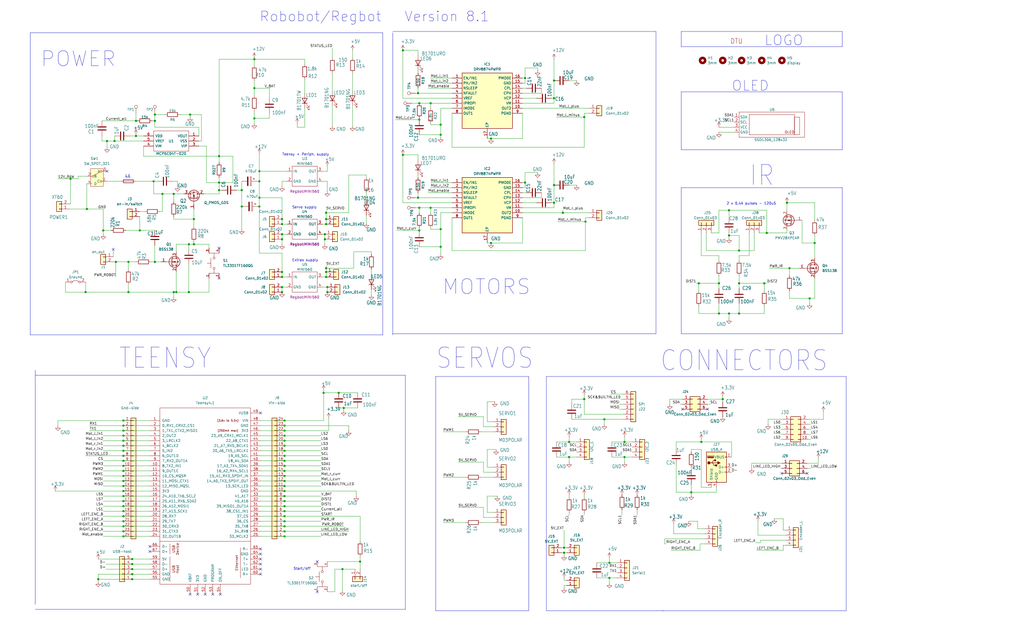
<source format=kicad_sch>
(kicad_sch (version 20230121) (generator eeschema)
  (paper "User" 516.433 316.636)
  (junction (at 62.23 227.33))
  (junction (at 57.785 71.12))
  (junction (at 142.24 118.11))
  (junction (at 314.96 222.885))
  (junction (at 62.23 237.49))
  (junction (at 62.23 270.51))
  (junction (at 372.745 142.875))
  (junction (at 367.665 158.115))
  (junction (at 287.02 222.885))
  (junction (at 66.675 289.56))
  (junction (at 66.675 284.48))
  (junction (at 396.875 102.235))
  (junction (at 128.27 59.69))
  (junction (at 121.92 104.14))
  (junction (at 143.51 250.19))
  (junction (at 164.465 139.7))
  (junction (at 87.63 97.79))
  (junction (at 279.4 40.64))
  (junction (at 87.63 147.32))
  (junction (at 110.49 92.075))
  (junction (at 43.815 105.41))
  (junction (at 62.23 232.41))
  (junction (at 163.83 120.65))
  (junction (at 372.745 126.365))
  (junction (at 143.51 214.63))
  (junction (at 43.18 147.32))
  (junction (at 247.65 69.85))
  (junction (at 143.51 270.51))
  (junction (at 304.8 211.455))
  (junction (at 142.24 113.03))
  (junction (at 295.275 111.76))
  (junction (at 170.815 198.12))
  (junction (at 62.23 247.65))
  (junction (at 142.24 120.65))
  (junction (at 164.465 137.16))
  (junction (at 58.42 132.08))
  (junction (at 62.23 224.79))
  (junction (at 81.915 97.79))
  (junction (at 95.25 123.19))
  (junction (at 62.23 267.97))
  (junction (at 367.665 106.045))
  (junction (at 62.23 257.81))
  (junction (at 143.51 212.09))
  (junction (at 348.615 248.285))
  (junction (at 62.23 222.25))
  (junction (at 64.77 132.08))
  (junction (at 284.48 276.225))
  (junction (at 163.83 118.11))
  (junction (at 68.58 60.96))
  (junction (at 222.25 67.945))
  (junction (at 77.47 91.44))
  (junction (at 62.23 212.09))
  (junction (at 143.51 265.43))
  (junction (at 164.465 110.49))
  (junction (at 362.585 158.115))
  (junction (at 164.465 107.315))
  (junction (at 130.81 104.14))
  (junction (at 367.665 118.745))
  (junction (at 142.24 139.7))
  (junction (at 294.64 59.055))
  (junction (at 130.81 91.44))
  (junction (at 68.58 68.58))
  (junction (at 62.23 214.63))
  (junction (at 386.715 117.475))
  (junction (at 408.305 150.495))
  (junction (at 66.675 292.1))
  (junction (at 143.51 217.17))
  (junction (at 130.81 99.695))
  (junction (at 95.25 147.32))
  (junction (at 97.79 123.19))
  (junction (at 62.23 229.87))
  (junction (at 62.23 262.89))
  (junction (at 217.17 104.775))
  (junction (at 143.51 247.65))
  (junction (at 143.51 260.35))
  (junction (at 62.23 219.71))
  (junction (at 128.27 44.45))
  (junction (at 143.51 240.03))
  (junction (at 62.23 234.95))
  (junction (at 78.105 132.08))
  (junction (at 143.51 257.81))
  (junction (at 143.51 224.79))
  (junction (at 66.675 281.94))
  (junction (at 121.92 95.885))
  (junction (at 143.51 229.87))
  (junction (at 181.61 283.21))
  (junction (at 66.675 287.02))
  (junction (at 130.81 86.36))
  (junction (at 62.23 240.03))
  (junction (at 62.23 265.43))
  (junction (at 364.49 201.295))
  (junction (at 143.51 262.89))
  (junction (at 64.77 147.32))
  (junction (at 307.34 283.845))
  (junction (at 264.795 92.075))
  (junction (at 143.51 242.57))
  (junction (at 110.49 95.885))
  (junction (at 143.51 219.71))
  (junction (at 143.51 227.33))
  (junction (at 142.24 110.49))
  (junction (at 62.23 252.73))
  (junction (at 164.465 113.03))
  (junction (at 143.51 255.27))
  (junction (at 143.51 232.41))
  (junction (at 95.885 57.785))
  (junction (at 165.1 147.32))
  (junction (at 314.96 230.505))
  (junction (at 62.23 250.19))
  (junction (at 164.465 135.255))
  (junction (at 279.4 93.345))
  (junction (at 53.975 71.12))
  (junction (at 211.455 60.325))
  (junction (at 203.2 78.105))
  (junction (at 163.195 198.12))
  (junction (at 62.23 245.11))
  (junction (at 142.24 137.16))
  (junction (at 172.72 287.02))
  (junction (at 247.65 122.555))
  (junction (at 62.23 242.57))
  (junction (at 62.23 260.35))
  (junction (at 128.27 29.845))
  (junction (at 211.455 116.205))
  (junction (at 35.56 90.17))
  (junction (at 62.23 217.17))
  (junction (at 210.82 46.99))
  (junction (at 143.51 222.25))
  (junction (at 143.51 234.95))
  (junction (at 211.455 104.775))
  (junction (at 385.445 142.875))
  (junction (at 284.48 278.765))
  (junction (at 279.4 102.235))
  (junction (at 362.585 142.875))
  (junction (at 143.51 267.97))
  (junction (at 222.25 124.46))
  (junction (at 62.23 255.27))
  (junction (at 279.4 49.53))
  (junction (at 143.51 252.73))
  (junction (at 410.845 122.555))
  (junction (at 372.745 158.115))
  (junction (at 307.34 291.465))
  (junction (at 217.17 52.07))
  (junction (at 88.9 147.32))
  (junction (at 173.355 205.74))
  (junction (at 78.105 57.785))
  (junction (at 203.2 25.4))
  (junction (at 142.24 147.32))
  (junction (at 70.485 116.205))
  (junction (at 165.1 144.78))
  (junction (at 142.24 144.78))
  (junction (at 264.795 39.37))
  (junction (at 211.455 52.07))
  (junction (at 398.145 135.255))
  (junction (at 110.49 78.74))
  (junction (at 210.82 99.695))
  (junction (at 52.07 116.205))
  (junction (at 143.51 237.49))
  (junction (at 222.25 115.57))
  (junction (at 222.25 62.865))
  (junction (at 287.02 230.505))
  (junction (at 353.695 222.885))
  (junction (at 352.425 142.875))
  (junction (at 294.64 201.295))
  (junction (at 97.79 110.49))
  (junction (at 49.53 292.1))
  (junction (at 143.51 245.11))
  (junction (at 283.845 107.315))
  (junction (at 78.105 60.96))
  (no_connect (at 110.49 140.335))
  (no_connect (at 111.125 299.72))
  (no_connect (at 131.445 281.94))
  (no_connect (at 131.445 287.02))
  (no_connect (at 131.445 284.48))
  (no_connect (at 131.445 276.86))
  (no_connect (at 131.445 279.4))
  (no_connect (at 407.035 238.76))
  (no_connect (at 394.335 238.76))
  (no_connect (at 107.315 299.72))
  (no_connect (at 160.02 283.21))
  (no_connect (at 57.15 125.73))
  (no_connect (at 131.445 208.28))
  (no_connect (at 110.49 125.095))
  (no_connect (at 103.505 299.72))
  (no_connect (at 160.02 298.45))
  (no_connect (at 53.975 86.36))
  (no_connect (at 344.17 206.375))
  (no_connect (at 356.87 206.375))
  (no_connect (at 99.695 299.72))
  (no_connect (at 131.445 289.56))
  (no_connect (at 75.565 275.59))
  (no_connect (at 75.565 278.13))
  (no_connect (at 95.885 299.72))
  (wire (pts (xy 281.305 111.76) (xy 295.275 111.76)))
  (wire (pts (xy 142.24 120.65) (xy 142.24 123.19)))
  (wire (pts (xy 222.25 124.46) (xy 222.25 128.27)))
  (wire (pts (xy 408.305 150.495) (xy 408.305 153.035)))
  (wire (pts (xy 62.23 212.09) (xy 75.565 212.09)))
  (wire (pts (xy 87.63 110.49) (xy 97.79 110.49)))
  (wire (pts (xy 43.815 105.41) (xy 52.07 105.41)))
  (wire (pts (xy 352.425 158.115) (xy 362.585 158.115)))
  (wire (pts (xy 58.42 139.7) (xy 58.42 132.08)))
  (wire (pts (xy 284.48 292.735) (xy 284.48 291.465)))
  (wire (pts (xy 43.18 229.87) (xy 62.23 229.87)))
  (wire (pts (xy 52.07 240.03) (xy 62.23 240.03)))
  (wire (pts (xy 415.29 207.645) (xy 415.29 211.455)))
  (polyline (pts (xy 219.71 189.865) (xy 219.71 307.975)))
  (wire (pts (xy 62.23 255.27) (xy 75.565 255.27)))
  (wire (pts (xy 187.325 127) (xy 178.435 127)))
  (wire (pts (xy 131.445 250.19) (xy 143.51 250.19)))
  (wire (pts (xy 337.82 203.835) (xy 337.82 201.295)))
  (wire (pts (xy 43.18 147.32) (xy 64.77 147.32)))
  (wire (pts (xy 43.815 92.71) (xy 43.815 105.41)))
  (wire (pts (xy 178.435 135.255) (xy 164.465 135.255)))
  (wire (pts (xy 102.87 97.79) (xy 110.49 97.79)))
  (wire (pts (xy 211.455 104.775) (xy 217.17 104.775)))
  (wire (pts (xy 203.2 78.105) (xy 203.2 102.235)))
  (wire (pts (xy 131.445 212.09) (xy 143.51 212.09)))
  (wire (pts (xy 52.07 224.79) (xy 62.23 224.79)))
  (wire (pts (xy 364.49 201.295) (xy 364.49 200.025)))
  (wire (pts (xy 362.585 106.045) (xy 367.665 106.045)))
  (wire (pts (xy 143.51 232.41) (xy 161.925 232.41)))
  (wire (pts (xy 131.445 265.43) (xy 143.51 265.43)))
  (wire (pts (xy 242.57 217.805) (xy 248.92 217.805)))
  (wire (pts (xy 245.745 212.725) (xy 248.92 212.725)))
  (wire (pts (xy 128.27 59.69) (xy 135.89 59.69)))
  (wire (pts (xy 164.465 107.315) (xy 164.465 110.49)))
  (wire (pts (xy 280.67 222.885) (xy 287.02 222.885)))
  (wire (pts (xy 95.885 59.055) (xy 95.885 57.785)))
  (wire (pts (xy 88.9 147.32) (xy 95.25 147.32)))
  (wire (pts (xy 131.445 237.49) (xy 143.51 237.49)))
  (wire (pts (xy 362.585 153.035) (xy 362.585 158.115)))
  (wire (pts (xy 165.1 86.36) (xy 165.1 83.82)))
  (wire (pts (xy 172.72 287.02) (xy 172.72 297.815)))
  (wire (pts (xy 314.96 230.505) (xy 318.77 230.505)))
  (wire (pts (xy 179.705 247.65) (xy 179.705 250.19)))
  (wire (pts (xy 131.445 229.87) (xy 143.51 229.87)))
  (wire (pts (xy 394.97 221.615) (xy 393.7 221.615)))
  (wire (pts (xy 70.485 109.22) (xy 70.485 116.205)))
  (wire (pts (xy 264.795 41.91) (xy 263.525 41.91)))
  (polyline (pts (xy 424.815 94.615) (xy 424.815 168.275)))
  (wire (pts (xy 321.31 257.175) (xy 321.31 259.715)))
  (wire (pts (xy 340.995 234.315) (xy 340.995 248.285)))
  (wire (pts (xy 131.445 257.81) (xy 143.51 257.81)))
  (wire (pts (xy 362.585 106.045) (xy 362.585 117.475)))
  (wire (pts (xy 279.4 93.345) (xy 279.4 102.235)))
  (wire (pts (xy 287.02 93.345) (xy 290.83 93.345)))
  (wire (pts (xy 278.13 49.53) (xy 279.4 49.53)))
  (wire (pts (xy 398.145 135.255) (xy 387.985 135.255)))
  (wire (pts (xy 294.64 208.915) (xy 314.325 208.915)))
  (wire (pts (xy 66.675 284.48) (xy 75.565 284.48)))
  (wire (pts (xy 223.52 240.665) (xy 234.95 240.665)))
  (wire (pts (xy 287.02 230.505) (xy 287.02 233.045)))
  (wire (pts (xy 162.56 118.11) (xy 163.83 118.11)))
  (wire (pts (xy 295.275 111.76) (xy 295.275 126.365)))
  (wire (pts (xy 247.65 122.555) (xy 263.525 122.555)))
  (wire (pts (xy 294.64 57.15) (xy 294.64 59.055)))
  (wire (pts (xy 287.02 258.445) (xy 287.02 259.715)))
  (wire (pts (xy 314.96 220.345) (xy 314.96 222.885)))
  (wire (pts (xy 142.24 118.11) (xy 144.78 118.11)))
  (wire (pts (xy 104.14 73.66) (xy 104.14 92.075)))
  (wire (pts (xy 131.445 232.41) (xy 143.51 232.41)))
  (wire (pts (xy 143.51 270.51) (xy 161.925 270.51)))
  (wire (pts (xy 217.17 104.775) (xy 227.965 104.775)))
  (wire (pts (xy 168.91 298.45) (xy 168.91 287.02)))
  (wire (pts (xy 143.51 267.97) (xy 175.895 267.97)))
  (wire (pts (xy 307.975 198.755) (xy 314.325 198.755)))
  (wire (pts (xy 173.355 205.74) (xy 173.355 207.01)))
  (wire (pts (xy 396.875 102.235) (xy 396.875 106.045)))
  (wire (pts (xy 407.67 219.075) (xy 408.94 219.075)))
  (wire (pts (xy 273.05 99.695) (xy 263.525 99.695)))
  (polyline (pts (xy 426.72 189.865) (xy 331.47 189.865)))
  (polyline (pts (xy 334.01 307.975) (xy 426.72 307.975)))
  (wire (pts (xy 394.97 261.62) (xy 394.97 267.335)))
  (wire (pts (xy 386.715 117.475) (xy 386.715 106.045)))
  (wire (pts (xy 243.84 215.265) (xy 243.84 210.185)))
  (wire (pts (xy 52.07 219.71) (xy 62.23 219.71)))
  (wire (pts (xy 52.07 252.73) (xy 62.23 252.73)))
  (wire (pts (xy 62.23 250.19) (xy 75.565 250.19)))
  (wire (pts (xy 187.325 127) (xy 187.325 128.27)))
  (wire (pts (xy 110.49 92.075) (xy 110.49 95.885)))
  (wire (pts (xy 264.795 94.615) (xy 263.525 94.615)))
  (wire (pts (xy 263.525 92.075) (xy 264.795 92.075)))
  (wire (pts (xy 410.845 102.235) (xy 410.845 111.125)))
  (wire (pts (xy 348.615 226.695) (xy 348.615 227.965)))
  (wire (pts (xy 76.835 60.96) (xy 78.105 60.96)))
  (wire (pts (xy 142.24 127.635) (xy 142.24 137.16)))
  (wire (pts (xy 245.745 122.555) (xy 247.65 122.555)))
  (wire (pts (xy 227.965 126.365) (xy 227.965 109.855)))
  (wire (pts (xy 271.145 34.29) (xy 271.145 35.56)))
  (wire (pts (xy 362.585 66.675) (xy 370.205 66.675)))
  (wire (pts (xy 245.745 258.445) (xy 245.745 250.19)))
  (wire (pts (xy 245.745 235.585) (xy 248.92 235.585)))
  (wire (pts (xy 351.155 142.875) (xy 352.425 142.875)))
  (wire (pts (xy 162.56 91.44) (xy 165.1 91.44)))
  (wire (pts (xy 294.64 258.445) (xy 294.64 259.715)))
  (wire (pts (xy 367.665 118.745) (xy 367.665 120.015)))
  (wire (pts (xy 66.675 287.02) (xy 75.565 287.02)))
  (wire (pts (xy 353.695 245.745) (xy 353.695 226.695)))
  (wire (pts (xy 78.105 60.96) (xy 78.74 60.96)))
  (wire (pts (xy 88.9 123.19) (xy 95.25 123.19)))
  (wire (pts (xy 396.875 116.205) (xy 396.875 117.475)))
  (wire (pts (xy 312.42 206.375) (xy 314.325 206.375)))
  (wire (pts (xy 62.23 214.63) (xy 75.565 214.63)))
  (wire (pts (xy 131.445 262.89) (xy 143.51 262.89)))
  (wire (pts (xy 164.465 135.255) (xy 164.465 137.16)))
  (wire (pts (xy 398.145 135.255) (xy 398.145 139.065)))
  (wire (pts (xy 394.97 219.075) (xy 393.7 219.075)))
  (wire (pts (xy 187.325 146.05) (xy 187.325 148.59)))
  (wire (pts (xy 52.07 245.11) (xy 62.23 245.11)))
  (wire (pts (xy 245.745 235.585) (xy 245.745 226.695)))
  (polyline (pts (xy 424.815 168.275) (xy 343.535 168.275)))
  (wire (pts (xy 33.02 147.32) (xy 43.18 147.32)))
  (wire (pts (xy 163.83 120.65) (xy 163.83 123.19)))
  (wire (pts (xy 348.615 249.555) (xy 348.615 248.285)))
  (wire (pts (xy 379.095 233.68) (xy 394.335 233.68)))
  (wire (pts (xy 394.97 267.335) (xy 396.24 267.335)))
  (wire (pts (xy 279.4 29.845) (xy 279.4 40.64)))
  (wire (pts (xy 335.915 274.32) (xy 335.28 274.32)))
  (wire (pts (xy 217.17 62.23) (xy 217.17 62.865)))
  (wire (pts (xy 52.07 227.33) (xy 62.23 227.33)))
  (wire (pts (xy 211.455 67.945) (xy 222.25 67.945)))
  (wire (pts (xy 97.79 123.19) (xy 95.25 123.19)))
  (wire (pts (xy 142.24 91.44) (xy 144.78 91.44)))
  (wire (pts (xy 372.745 128.905) (xy 372.745 131.445)))
  (wire (pts (xy 100.33 68.58) (xy 100.33 64.135)))
  (wire (pts (xy 131.445 227.33) (xy 143.51 227.33)))
  (wire (pts (xy 68.58 57.15) (xy 68.58 60.96)))
  (wire (pts (xy 209.55 99.695) (xy 210.82 99.695)))
  (polyline (pts (xy 424.815 15.875) (xy 343.535 15.875)))
  (wire (pts (xy 181.61 280.67) (xy 181.61 283.21)))
  (wire (pts (xy 49.53 289.56) (xy 49.53 292.1)))
  (wire (pts (xy 353.695 222.885) (xy 340.995 222.885)))
  (wire (pts (xy 358.775 117.475) (xy 362.585 117.475)))
  (wire (pts (xy 87.63 97.79) (xy 92.71 97.79)))
  (wire (pts (xy 153.67 64.135) (xy 149.86 64.135)))
  (wire (pts (xy 78.105 57.785) (xy 83.185 57.785)))
  (polyline (pts (xy 424.815 15.875) (xy 424.815 23.495)))
  (wire (pts (xy 128.27 40.64) (xy 128.27 44.45)))
  (wire (pts (xy 135.89 59.69) (xy 135.89 57.15)))
  (wire (pts (xy 264.795 34.29) (xy 264.795 39.37)))
  (wire (pts (xy 407.035 236.22) (xy 408.94 236.22)))
  (wire (pts (xy 394.97 274.955) (xy 394.97 277.495)))
  (wire (pts (xy 128.27 44.45) (xy 135.89 44.45)))
  (wire (pts (xy 57.15 125.73) (xy 57.15 129.54)))
  (wire (pts (xy 131.445 245.11) (xy 143.51 245.11)))
  (wire (pts (xy 287.02 230.505) (xy 290.83 230.505)))
  (wire (pts (xy 335.28 271.78) (xy 355.6 271.78)))
  (wire (pts (xy 52.07 270.51) (xy 62.23 270.51)))
  (wire (pts (xy 170.815 198.12) (xy 180.34 198.12)))
  (wire (pts (xy 131.445 214.63) (xy 143.51 214.63)))
  (wire (pts (xy 209.55 104.775) (xy 211.455 104.775)))
  (wire (pts (xy 162.56 144.78) (xy 165.1 144.78)))
  (wire (pts (xy 121.92 104.14) (xy 122.555 104.14)))
  (wire (pts (xy 367.665 158.115) (xy 372.745 158.115)))
  (wire (pts (xy 78.105 64.135) (xy 78.105 60.96)))
  (wire (pts (xy 49.53 292.1) (xy 49.53 293.37)))
  (polyline (pts (xy 17.78 307.34) (xy 204.47 307.34)))
  (wire (pts (xy 242.57 240.665) (xy 248.92 240.665)))
  (wire (pts (xy 210.82 88.265) (xy 210.82 89.535)))
  (wire (pts (xy 66.675 281.94) (xy 75.565 281.94)))
  (wire (pts (xy 68.58 68.58) (xy 72.39 68.58)))
  (polyline (pts (xy 198.12 16.51) (xy 198.12 168.91)))
  (wire (pts (xy 65.405 68.58) (xy 68.58 68.58)))
  (wire (pts (xy 143.51 224.79) (xy 161.925 224.79)))
  (wire (pts (xy 243.84 255.905) (xy 231.14 255.905)))
  (wire (pts (xy 217.17 114.935) (xy 217.17 115.57)))
  (wire (pts (xy 243.84 238.125) (xy 243.84 233.045)))
  (wire (pts (xy 227.965 54.61) (xy 222.25 54.61)))
  (wire (pts (xy 53.34 284.48) (xy 66.675 284.48)))
  (wire (pts (xy 62.23 240.03) (xy 75.565 240.03)))
  (wire (pts (xy 394.335 236.22) (xy 393.7 236.22)))
  (wire (pts (xy 72.39 78.74) (xy 110.49 78.74)))
  (wire (pts (xy 227.965 107.315) (xy 222.25 107.315)))
  (wire (pts (xy 263.525 57.15) (xy 263.525 69.85)))
  (wire (pts (xy 52.07 232.41) (xy 62.23 232.41)))
  (wire (pts (xy 70.485 116.205) (xy 78.105 116.205)))
  (wire (pts (xy 131.445 267.97) (xy 143.51 267.97)))
  (wire (pts (xy 284.48 267.335) (xy 284.48 276.225)))
  (polyline (pts (xy 193.04 168.91) (xy 193.04 16.51)))
  (wire (pts (xy 64.77 132.08) (xy 64.77 135.89)))
  (wire (pts (xy 245.745 226.695) (xy 250.19 226.695)))
  (wire (pts (xy 382.27 269.875) (xy 382.27 262.89)))
  (wire (pts (xy 100.33 64.135) (xy 78.105 64.135)))
  (wire (pts (xy 43.18 142.24) (xy 43.18 147.32)))
  (wire (pts (xy 62.23 222.25) (xy 75.565 222.25)))
  (wire (pts (xy 149.86 64.135) (xy 149.86 62.23)))
  (wire (pts (xy 210.82 25.4) (xy 210.82 27.94)))
  (wire (pts (xy 410.845 150.495) (xy 408.305 150.495)))
  (wire (pts (xy 364.49 202.565) (xy 364.49 201.295)))
  (wire (pts (xy 222.25 54.61) (xy 222.25 62.865)))
  (wire (pts (xy 209.55 46.99) (xy 210.82 46.99)))
  (wire (pts (xy 351.79 266.7) (xy 355.6 266.7)))
  (wire (pts (xy 347.345 262.89) (xy 351.79 262.89)))
  (wire (pts (xy 142.24 137.16) (xy 142.24 139.7)))
  (wire (pts (xy 68.58 91.44) (xy 77.47 91.44)))
  (wire (pts (xy 340.995 248.285) (xy 348.615 248.285)))
  (wire (pts (xy 167.64 36.83) (xy 167.64 45.72)))
  (wire (pts (xy 362.585 64.135) (xy 370.205 64.135)))
  (wire (pts (xy 165.1 298.45) (xy 168.91 298.45)))
  (wire (pts (xy 263.525 109.855) (xy 263.525 122.555)))
  (wire (pts (xy 33.02 142.24) (xy 33.02 147.32)))
  (wire (pts (xy 367.665 117.475) (xy 367.665 118.745)))
  (polyline (pts (xy 275.59 307.975) (xy 331.47 307.975)))
  (wire (pts (xy 64.77 147.32) (xy 87.63 147.32)))
  (wire (pts (xy 362.585 158.115) (xy 367.665 158.115)))
  (wire (pts (xy 243.84 233.045) (xy 231.14 233.045)))
  (wire (pts (xy 142.24 144.78) (xy 144.78 144.78)))
  (wire (pts (xy 353.06 274.32) (xy 353.06 277.495)))
  (wire (pts (xy 285.75 278.765) (xy 284.48 278.765)))
  (wire (pts (xy 287.02 40.64) (xy 290.83 40.64)))
  (wire (pts (xy 62.23 265.43) (xy 75.565 265.43)))
  (wire (pts (xy 372.745 158.115) (xy 385.445 158.115)))
  (wire (pts (xy 110.49 78.74) (xy 117.475 78.74)))
  (wire (pts (xy 379.095 236.22) (xy 379.095 233.68)))
  (polyline (pts (xy 198.12 168.275) (xy 330.835 168.275)))
  (polyline (pts (xy 343.535 75.565) (xy 424.815 75.565)))
  (wire (pts (xy 110.49 29.845) (xy 110.49 78.74)))
  (wire (pts (xy 131.445 270.51) (xy 143.51 270.51)))
  (polyline (pts (xy 275.59 189.865) (xy 275.59 307.975)))
  (wire (pts (xy 52.07 237.49) (xy 62.23 237.49)))
  (wire (pts (xy 70.485 106.68) (xy 73.025 106.68)))
  (wire (pts (xy 177.8 36.83) (xy 177.8 45.72)))
  (wire (pts (xy 97.79 121.92) (xy 97.79 123.19)))
  (wire (pts (xy 175.895 107.315) (xy 164.465 107.315)))
  (wire (pts (xy 263.525 49.53) (xy 270.51 49.53)))
  (wire (pts (xy 294.64 249.555) (xy 294.64 250.825)))
  (wire (pts (xy 381 273.685) (xy 383.54 273.685)))
  (wire (pts (xy 271.145 86.995) (xy 264.795 86.995)))
  (wire (pts (xy 227.965 99.695) (xy 210.82 99.695)))
  (wire (pts (xy 49.53 281.94) (xy 66.675 281.94)))
  (wire (pts (xy 88.9 127) (xy 88.9 123.19)))
  (wire (pts (xy 356.87 203.835) (xy 358.14 203.835)))
  (wire (pts (xy 367.665 106.045) (xy 367.665 109.855)))
  (wire (pts (xy 62.23 252.73) (xy 75.565 252.73)))
  (wire (pts (xy 121.92 91.44) (xy 121.92 95.885)))
  (wire (pts (xy 52.07 250.19) (xy 62.23 250.19)))
  (wire (pts (xy 45.085 217.17) (xy 62.23 217.17)))
  (wire (pts (xy 52.07 265.43) (xy 62.23 265.43)))
  (wire (pts (xy 356.235 117.475) (xy 356.235 126.365)))
  (wire (pts (xy 129.54 91.44) (xy 130.81 91.44)))
  (wire (pts (xy 143.51 242.57) (xy 161.925 242.57)))
  (wire (pts (xy 339.725 269.24) (xy 339.725 264.16)))
  (wire (pts (xy 143.51 227.33) (xy 161.925 227.33)))
  (wire (pts (xy 263.525 44.45) (xy 265.43 44.45)))
  (wire (pts (xy 165.1 283.21) (xy 181.61 283.21)))
  (wire (pts (xy 243.84 210.185) (xy 231.14 210.185)))
  (wire (pts (xy 227.965 74.295) (xy 294.64 74.295)))
  (wire (pts (xy 142.24 144.78) (xy 142.24 147.32)))
  (wire (pts (xy 294.64 199.39) (xy 294.64 201.295)))
  (wire (pts (xy 415.29 211.455) (xy 407.67 211.455)))
  (wire (pts (xy 62.23 227.33) (xy 75.565 227.33)))
  (wire (pts (xy 164.465 133.985) (xy 164.465 135.255)))
  (wire (pts (xy 131.445 240.03) (xy 143.51 240.03)))
  (wire (pts (xy 279.4 82.55) (xy 279.4 93.345)))
  (wire (pts (xy 307.34 281.305) (xy 307.34 283.845)))
  (wire (pts (xy 89.535 91.44) (xy 89.535 93.98)))
  (wire (pts (xy 130.81 99.695) (xy 142.24 99.695)))
  (wire (pts (xy 295.275 109.855) (xy 295.275 111.76)))
  (wire (pts (xy 35.56 90.17) (xy 35.56 102.87)))
  (wire (pts (xy 410.845 150.495) (xy 410.845 140.335)))
  (polyline (pts (xy 424.815 46.355) (xy 424.815 75.565)))
  (polyline (pts (xy 15.24 16.51) (xy 15.24 168.91)))
  (wire (pts (xy 223.52 217.805) (xy 234.95 217.805)))
  (wire (pts (xy 62.23 262.89) (xy 75.565 262.89)))
  (wire (pts (xy 57.15 132.08) (xy 58.42 132.08)))
  (wire (pts (xy 77.47 91.44) (xy 77.47 97.79)))
  (wire (pts (xy 217.17 94.615) (xy 227.965 94.615)))
  (wire (pts (xy 165.1 144.78) (xy 165.1 147.32)))
  (wire (pts (xy 215.9 97.155) (xy 227.965 97.155)))
  (wire (pts (xy 142.24 139.7) (xy 144.78 139.7)))
  (wire (pts (xy 62.23 224.79) (xy 75.565 224.79)))
  (wire (pts (xy 110.49 78.74) (xy 110.49 81.915)))
  (wire (pts (xy 245.745 250.19) (xy 250.825 250.19)))
  (wire (pts (xy 222.25 115.57) (xy 217.17 115.57)))
  (wire (pts (xy 72.39 73.66) (xy 72.39 78.74)))
  (wire (pts (xy 167.64 24.13) (xy 167.64 29.21)))
  (wire (pts (xy 184.785 97.155) (xy 184.785 100.965)))
  (wire (pts (xy 153.67 40.005) (xy 153.67 46.99)))
  (wire (pts (xy 287.02 220.345) (xy 287.02 222.885)))
  (wire (pts (xy 353.695 221.615) (xy 353.695 222.885)))
  (wire (pts (xy 128.27 44.45) (xy 128.27 48.26)))
  (wire (pts (xy 271.145 34.29) (xy 264.795 34.29)))
  (polyline (pts (xy 204.47 189.23) (xy 17.78 189.23)))
  (wire (pts (xy 387.35 211.455) (xy 387.35 213.995)))
  (wire (pts (xy 143.51 240.03) (xy 161.925 240.03)))
  (wire (pts (xy 64.77 143.51) (xy 64.77 147.32)))
  (wire (pts (xy 210.82 78.105) (xy 210.82 80.645)))
  (wire (pts (xy 62.23 234.95) (xy 75.565 234.95)))
  (wire (pts (xy 119.38 95.885) (xy 121.92 95.885)))
  (wire (pts (xy 130.175 104.14) (xy 130.81 104.14)))
  (wire (pts (xy 283.21 278.765) (xy 284.48 278.765)))
  (wire (pts (xy 273.05 46.99) (xy 263.525 46.99)))
  (wire (pts (xy 143.51 257.81) (xy 161.925 257.81)))
  (wire (pts (xy 407.67 216.535) (xy 408.94 216.535)))
  (polyline (pts (xy 343.535 94.615) (xy 343.535 168.275)))
  (wire (pts (xy 128.27 55.88) (xy 128.27 59.69)))
  (wire (pts (xy 57.785 68.58) (xy 57.785 71.12)))
  (wire (pts (xy 287.02 222.885) (xy 290.83 222.885)))
  (wire (pts (xy 294.64 59.055) (xy 294.64 74.295)))
  (wire (pts (xy 130.81 91.44) (xy 130.81 99.695)))
  (wire (pts (xy 95.25 133.35) (xy 95.25 147.32)))
  (wire (pts (xy 245.745 258.445) (xy 248.92 258.445)))
  (wire (pts (xy 283.845 106.045) (xy 283.845 107.315)))
  (wire (pts (xy 130.81 86.36) (xy 130.81 91.44)))
  (wire (pts (xy 53.975 71.12) (xy 53.975 74.295)))
  (wire (pts (xy 143.51 217.17) (xy 165.735 217.17)))
  (wire (pts (xy 382.905 117.475) (xy 386.715 117.475)))
  (wire (pts (xy 110.49 95.885) (xy 110.49 97.79)))
  (wire (pts (xy 312.42 203.835) (xy 314.325 203.835)))
  (wire (pts (xy 52.07 242.57) (xy 62.23 242.57)))
  (wire (pts (xy 396.24 269.875) (xy 382.27 269.875)))
  (wire (pts (xy 184.785 88.265) (xy 175.895 88.265)))
  (wire (pts (xy 294.64 208.915) (xy 294.64 201.295)))
  (wire (pts (xy 163.195 196.85) (xy 163.195 198.12)))
  (wire (pts (xy 394.97 211.455) (xy 387.35 211.455)))
  (wire (pts (xy 29.21 212.09) (xy 29.21 214.63)))
  (polyline (pts (xy 266.7 189.865) (xy 266.7 307.975)))
  (wire (pts (xy 128.27 59.69) (xy 128.27 62.23)))
  (wire (pts (xy 307.34 283.845) (xy 311.15 283.845)))
  (wire (pts (xy 372.745 145.415) (xy 372.745 142.875)))
  (wire (pts (xy 142.24 91.44) (xy 142.24 93.98)))
  (wire (pts (xy 297.18 109.855) (xy 295.275 109.855)))
  (wire (pts (xy 163.195 198.12) (xy 163.195 212.09)))
  (wire (pts (xy 110.49 92.075) (xy 117.475 92.075)))
  (wire (pts (xy 39.37 88.9) (xy 39.37 90.17)))
  (wire (pts (xy 210.82 46.99) (xy 210.82 44.45)))
  (polyline (pts (xy 331.47 307.975) (xy 334.645 307.975)))
  (wire (pts (xy 53.975 71.12) (xy 57.785 71.12)))
  (wire (pts (xy 344.17 203.835) (xy 342.9 203.835)))
  (wire (pts (xy 412.75 233.68) (xy 412.75 231.14)))
  (wire (pts (xy 227.965 102.235) (xy 203.2 102.235)))
  (wire (pts (xy 187.325 135.89) (xy 187.325 138.43)))
  (wire (pts (xy 181.61 260.35) (xy 181.61 273.05)))
  (wire (pts (xy 199.39 60.325) (xy 211.455 60.325)))
  (wire (pts (xy 211.455 104.775) (xy 211.455 107.315)))
  (wire (pts (xy 87.63 97.79) (xy 87.63 101.6)))
  (wire (pts (xy 314.325 201.295) (xy 313.055 201.295)))
  (polyline (pts (xy 219.71 307.975) (xy 266.7 307.975)))
  (wire (pts (xy 398.145 135.255) (xy 403.225 135.255)))
  (wire (pts (xy 63.5 116.205) (xy 70.485 116.205)))
  (polyline (pts (xy 330.835 15.875) (xy 198.12 15.875)))
  (wire (pts (xy 307.34 291.465) (xy 307.34 294.005)))
  (wire (pts (xy 245.745 212.725) (xy 245.745 202.565)))
  (wire (pts (xy 211.455 116.205) (xy 211.455 116.84)))
  (wire (pts (xy 358.775 245.745) (xy 353.695 245.745)))
  (wire (pts (xy 143.51 252.73) (xy 161.925 252.73)))
  (wire (pts (xy 68.58 60.96) (xy 69.215 60.96)))
  (wire (pts (xy 52.07 255.27) (xy 62.23 255.27)))
  (wire (pts (xy 217.17 92.075) (xy 227.965 92.075)))
  (wire (pts (xy 130.81 86.36) (xy 144.78 86.36)))
  (wire (pts (xy 90.805 57.785) (xy 95.885 57.785)))
  (wire (pts (xy 407.67 213.995) (xy 408.94 213.995)))
  (wire (pts (xy 164.465 106.045) (xy 164.465 107.315)))
  (wire (pts (xy 110.49 95.885) (xy 111.76 95.885)))
  (wire (pts (xy 362.585 139.065) (xy 362.585 142.875)))
  (wire (pts (xy 368.935 222.885) (xy 353.695 222.885)))
  (wire (pts (xy 175.895 88.265) (xy 175.895 107.315)))
  (wire (pts (xy 62.23 219.71) (xy 75.565 219.71)))
  (wire (pts (xy 348.615 248.285) (xy 348.615 244.475)))
  (wire (pts (xy 66.675 289.56) (xy 75.565 289.56)))
  (wire (pts (xy 184.785 108.585) (xy 184.785 112.395)))
  (wire (pts (xy 53.34 287.02) (xy 66.675 287.02)))
  (wire (pts (xy 62.23 229.87) (xy 75.565 229.87)))
  (wire (pts (xy 49.53 292.1) (xy 66.675 292.1)))
  (wire (pts (xy 337.82 201.295) (xy 344.17 201.295)))
  (wire (pts (xy 51.435 68.58) (xy 51.435 71.12)))
  (wire (pts (xy 283.845 107.315) (xy 297.18 107.315)))
  (wire (pts (xy 27.94 247.65) (xy 62.23 247.65)))
  (polyline (pts (xy 204.47 189.23) (xy 204.47 307.34)))
  (wire (pts (xy 80.645 106.68) (xy 81.915 106.68)))
  (wire (pts (xy 88.9 147.32) (xy 88.9 137.16)))
  (wire (pts (xy 398.145 146.685) (xy 398.145 150.495)))
  (wire (pts (xy 78.105 123.825) (xy 78.105 132.08)))
  (wire (pts (xy 227.965 49.53) (xy 203.2 49.53)))
  (wire (pts (xy 121.92 104.14) (xy 121.92 115.57)))
  (wire (pts (xy 100.33 73.66) (xy 104.14 73.66)))
  (wire (pts (xy 372.745 142.875) (xy 385.445 142.875)))
  (wire (pts (xy 362.585 128.905) (xy 362.585 131.445)))
  (wire (pts (xy 385.445 142.875) (xy 385.445 146.685)))
  (wire (pts (xy 143.51 265.43) (xy 173.355 265.43)))
  (wire (pts (xy 53.975 91.44) (xy 60.96 91.44)))
  (wire (pts (xy 242.57 263.525) (xy 248.92 263.525)))
  (wire (pts (xy 245.745 69.85) (xy 247.65 69.85)))
  (wire (pts (xy 297.18 57.15) (xy 294.64 57.15)))
  (wire (pts (xy 177.8 63.5) (xy 177.8 53.34)))
  (wire (pts (xy 222.25 62.865) (xy 217.17 62.865)))
  (wire (pts (xy 248.92 260.985) (xy 243.84 260.985)))
  (wire (pts (xy 142.24 118.11) (xy 142.24 120.65)))
  (wire (pts (xy 95.885 57.785) (xy 101.6 57.785)))
  (wire (pts (xy 29.21 90.17) (xy 35.56 90.17)))
  (wire (pts (xy 165.735 217.17) (xy 165.735 210.82)))
  (wire (pts (xy 143.51 247.65) (xy 179.705 247.65)))
  (wire (pts (xy 29.21 212.09) (xy 62.23 212.09)))
  (wire (pts (xy 97.79 105.41) (xy 97.79 110.49)))
  (wire (pts (xy 97.79 110.49) (xy 97.79 114.3)))
  (wire (pts (xy 203.2 25.4) (xy 203.2 49.53)))
  (wire (pts (xy 131.445 219.71) (xy 143.51 219.71)))
  (wire (pts (xy 308.61 230.505) (xy 314.96 230.505)))
  (wire (pts (xy 279.4 102.235) (xy 279.4 104.775)))
  (wire (pts (xy 131.445 252.73) (xy 143.51 252.73)))
  (wire (pts (xy 263.525 102.235) (xy 270.51 102.235)))
  (wire (pts (xy 362.585 145.415) (xy 362.585 142.875)))
  (wire (pts (xy 217.17 52.07) (xy 217.17 54.61)))
  (wire (pts (xy 283.21 276.225) (xy 284.48 276.225)))
  (wire (pts (xy 62.23 260.35) (xy 75.565 260.35)))
  (wire (pts (xy 177.8 25.4) (xy 177.8 29.21)))
  (wire (pts (xy 383.54 272.415) (xy 396.24 272.415)))
  (wire (pts (xy 368.935 230.505) (xy 368.935 222.885)))
  (wire (pts (xy 273.05 44.45) (xy 273.05 46.99)))
  (wire (pts (xy 367.665 118.745) (xy 372.745 118.745)))
  (polyline (pts (xy 15.24 168.91) (xy 193.04 168.91)))
  (wire (pts (xy 280.67 59.055) (xy 294.64 59.055)))
  (wire (pts (xy 163.83 118.11) (xy 163.83 120.65)))
  (wire (pts (xy 153.67 54.61) (xy 153.67 64.135)))
  (polyline (pts (xy 343.535 15.875) (xy 343.535 23.495)))
  (wire (pts (xy 164.465 137.16) (xy 164.465 139.7)))
  (wire (pts (xy 385.445 142.875) (xy 386.715 142.875)))
  (wire (pts (xy 164.465 110.49) (xy 164.465 113.03)))
  (wire (pts (xy 227.965 46.99) (xy 210.82 46.99)))
  (wire (pts (xy 168.91 287.02) (xy 172.72 287.02)))
  (wire (pts (xy 77.47 91.44) (xy 79.375 91.44)))
  (wire (pts (xy 87.63 109.22) (xy 87.63 110.49)))
  (wire (pts (xy 404.495 122.555) (xy 410.845 122.555)))
  (wire (pts (xy 78.105 132.08) (xy 81.28 132.08)))
  (wire (pts (xy 352.425 154.305) (xy 352.425 158.115)))
  (wire (pts (xy 264.795 92.075) (xy 264.795 94.615)))
  (wire (pts (xy 372.745 118.745) (xy 372.745 126.365)))
  (wire (pts (xy 51.435 71.12) (xy 53.975 71.12)))
  (wire (pts (xy 353.06 277.495) (xy 338.455 277.495)))
  (wire (pts (xy 143.51 262.89) (xy 161.925 262.89)))
  (wire (pts (xy 81.915 97.79) (xy 87.63 97.79)))
  (wire (pts (xy 181.61 283.21) (xy 181.61 287.02)))
  (wire (pts (xy 353.695 128.905) (xy 353.695 117.475)))
  (wire (pts (xy 307.34 291.465) (xy 311.15 291.465)))
  (wire (pts (xy 62.23 245.11) (xy 75.565 245.11)))
  (wire (pts (xy 128.27 29.21) (xy 128.27 29.845)))
  (wire (pts (xy 131.445 234.95) (xy 143.51 234.95)))
  (wire (pts (xy 227.965 74.295) (xy 227.965 57.15)))
  (wire (pts (xy 131.445 255.27) (xy 143.51 255.27)))
  (wire (pts (xy 35.56 90.17) (xy 39.37 90.17)))
  (wire (pts (xy 353.695 226.695) (xy 348.615 226.695)))
  (wire (pts (xy 77.47 97.79) (xy 81.915 97.79)))
  (wire (pts (xy 351.79 262.89) (xy 351.79 266.7)))
  (wire (pts (xy 222.25 115.57) (xy 222.25 124.46)))
  (polyline (pts (xy 330.835 168.275) (xy 330.835 15.875)))
  (wire (pts (xy 131.445 217.17) (xy 143.51 217.17)))
  (wire (pts (xy 279.4 49.53) (xy 279.4 52.07)))
  (wire (pts (xy 203.2 78.105) (xy 210.82 78.105)))
  (wire (pts (xy 62.23 267.97) (xy 75.565 267.97)))
  (wire (pts (xy 52.07 116.205) (xy 55.88 116.205)))
  (wire (pts (xy 222.25 67.945) (xy 222.25 69.215)))
  (wire (pts (xy 361.315 245.745) (xy 361.315 248.285)))
  (wire (pts (xy 52.07 260.35) (xy 62.23 260.35)))
  (wire (pts (xy 153.67 29.845) (xy 153.67 32.385)))
  (wire (pts (xy 52.07 262.89) (xy 62.23 262.89)))
  (wire (pts (xy 284.48 278.765) (xy 284.48 280.035)))
  (wire (pts (xy 390.525 261.62) (xy 394.97 261.62)))
  (wire (pts (xy 288.29 201.295) (xy 294.64 201.295)))
  (wire (pts (xy 380.365 126.365) (xy 380.365 117.475)))
  (wire (pts (xy 313.69 257.175) (xy 313.69 259.715)))
  (wire (pts (xy 95.25 123.19) (xy 95.25 125.73)))
  (wire (pts (xy 300.99 283.845) (xy 307.34 283.845)))
  (wire (pts (xy 184.785 88.265) (xy 184.785 89.535)))
  (wire (pts (xy 394.97 213.995) (xy 393.7 213.995)))
  (wire (pts (xy 353.06 274.32) (xy 355.6 274.32)))
  (wire (pts (xy 105.41 147.32) (xy 95.25 147.32)))
  (wire (pts (xy 394.97 277.495) (xy 381.635 277.495)))
  (polyline (pts (xy 266.7 189.865) (xy 219.71 189.865)))
  (wire (pts (xy 348.615 235.585) (xy 348.615 236.855)))
  (wire (pts (xy 314.96 230.505) (xy 314.96 233.045)))
  (wire (pts (xy 142.24 110.49) (xy 142.24 113.03)))
  (wire (pts (xy 135.89 49.53) (xy 135.89 44.45)))
  (polyline (pts (xy 426.72 307.975) (xy 426.72 189.865)))
  (wire (pts (xy 51.435 60.96) (xy 68.58 60.96)))
  (wire (pts (xy 143.51 212.09) (xy 163.195 212.09)))
  (wire (pts (xy 34.925 105.41) (xy 43.815 105.41)))
  (wire (pts (xy 210.82 99.695) (xy 210.82 97.155)))
  (wire (pts (xy 217.17 52.07) (xy 227.965 52.07)))
  (wire (pts (xy 104.14 92.075) (xy 110.49 92.075)))
  (wire (pts (xy 407.035 233.68) (xy 412.75 233.68)))
  (wire (pts (xy 211.455 59.69) (xy 211.455 60.325)))
  (wire (pts (xy 372.745 158.115) (xy 372.745 153.035)))
  (wire (pts (xy 362.585 128.905) (xy 353.695 128.905)))
  (wire (pts (xy 352.425 142.875) (xy 352.425 146.685)))
  (wire (pts (xy 167.64 53.34) (xy 167.64 63.5)))
  (wire (pts (xy 288.29 201.295) (xy 288.29 203.835)))
  (wire (pts (xy 304.8 211.455) (xy 314.325 211.455)))
  (wire (pts (xy 215.9 44.45) (xy 227.965 44.45)))
  (wire (pts (xy 308.61 222.885) (xy 314.96 222.885)))
  (wire (pts (xy 81.915 106.68) (xy 81.915 97.79)))
  (wire (pts (xy 143.51 255.27) (xy 161.925 255.27)))
  (polyline (pts (xy 193.04 16.51) (xy 15.24 16.51)))
  (wire (pts (xy 385.445 154.305) (xy 385.445 158.115)))
  (wire (pts (xy 356.87 201.295) (xy 364.49 201.295)))
  (wire (pts (xy 227.965 126.365) (xy 295.275 126.365)))
  (wire (pts (xy 279.4 104.775) (xy 263.525 104.775)))
  (wire (pts (xy 211.455 124.46) (xy 222.25 124.46)))
  (wire (pts (xy 407.67 221.615) (xy 408.94 221.615)))
  (polyline (pts (xy 17.78 186.69) (xy 17.78 304.8)))
  (wire (pts (xy 217.17 104.775) (xy 217.17 107.315)))
  (wire (pts (xy 175.895 214.63) (xy 175.895 217.17)))
  (wire (pts (xy 248.92 215.265) (xy 243.84 215.265)))
  (wire (pts (xy 273.05 97.155) (xy 273.05 99.695)))
  (wire (pts (xy 52.07 267.97) (xy 62.23 267.97)))
  (wire (pts (xy 143.51 229.87) (xy 161.925 229.87)))
  (wire (pts (xy 45.085 214.63) (xy 62.23 214.63)))
  (wire (pts (xy 143.51 234.95) (xy 161.925 234.95)))
  (wire (pts (xy 207.645 52.07) (xy 211.455 52.07)))
  (wire (pts (xy 245.745 202.565) (xy 249.555 202.565)))
  (wire (pts (xy 58.42 132.08) (xy 64.77 132.08)))
  (wire (pts (xy 377.825 128.905) (xy 377.825 117.475)))
  (wire (pts (xy 52.07 222.25) (xy 62.23 222.25)))
  (wire (pts (xy 62.23 237.49) (xy 75.565 237.49)))
  (wire (pts (xy 62.23 217.17) (xy 75.565 217.17)))
  (wire (pts (xy 339.725 269.24) (xy 355.6 269.24)))
  (wire (pts (xy 410.845 118.745) (xy 410.845 122.555)))
  (wire (pts (xy 66.675 292.1) (xy 75.565 292.1)))
  (wire (pts (xy 362.585 142.875) (xy 352.425 142.875)))
  (wire (pts (xy 49.53 289.56) (xy 66.675 289.56)))
  (polyline (pts (xy 343.535 46.355) (xy 343.535 75.565)))
  (wire (pts (xy 410.845 102.235) (xy 396.875 102.235)))
  (wire (pts (xy 131.445 224.79) (xy 143.51 224.79)))
  (wire (pts (xy 130.81 77.47) (xy 130.81 86.36)))
  (wire (pts (xy 263.525 97.155) (xy 265.43 97.155)))
  (wire (pts (xy 263.525 107.315) (xy 283.845 107.315)))
  (polyline (pts (xy 331.47 189.865) (xy 275.59 189.865)))
  (wire (pts (xy 86.995 91.44) (xy 89.535 91.44)))
  (wire (pts (xy 280.67 230.505) (xy 287.02 230.505)))
  (wire (pts (xy 105.41 123.19) (xy 97.79 123.19)))
  (wire (pts (xy 163.195 198.12) (xy 170.815 198.12)))
  (wire (pts (xy 143.51 250.19) (xy 161.925 250.19)))
  (wire (pts (xy 211.455 114.935) (xy 211.455 116.205)))
  (wire (pts (xy 62.23 247.65) (xy 75.565 247.65)))
  (wire (pts (xy 131.445 247.65) (xy 143.51 247.65)))
  (wire (pts (xy 247.65 69.85) (xy 263.525 69.85)))
  (wire (pts (xy 52.07 257.81) (xy 62.23 257.81)))
  (wire (pts (xy 284.48 276.225) (xy 285.75 276.225)))
  (wire (pts (xy 210.82 35.56) (xy 210.82 36.83)))
  (wire (pts (xy 398.145 150.495) (xy 408.305 150.495)))
  (wire (pts (xy 142.24 99.695) (xy 142.24 110.49)))
  (wire (pts (xy 304.8 211.455) (xy 304.8 213.995)))
  (wire (pts (xy 105.41 140.335) (xy 105.41 147.32)))
  (wire (pts (xy 404.495 111.125) (xy 404.495 122.555)))
  (wire (pts (xy 200.025 116.205) (xy 211.455 116.205)))
  (wire (pts (xy 211.455 52.07) (xy 217.17 52.07)))
  (wire (pts (xy 110.49 29.845) (xy 128.27 29.845)))
  (wire (pts (xy 162.56 86.36) (xy 165.1 86.36)))
  (wire (pts (xy 278.13 102.235) (xy 279.4 102.235)))
  (wire (pts (xy 222.25 62.865) (xy 222.25 67.945)))
  (wire (pts (xy 130.81 104.14) (xy 130.81 127.635)))
  (wire (pts (xy 78.105 57.15) (xy 78.105 57.785)))
  (wire (pts (xy 128.27 29.845) (xy 128.27 33.02)))
  (wire (pts (xy 264.795 86.995) (xy 264.795 92.075)))
  (wire (pts (xy 131.445 242.57) (xy 143.51 242.57)))
  (wire (pts (xy 130.81 99.695) (xy 130.81 104.14)))
  (wire (pts (xy 263.525 39.37) (xy 264.795 39.37)))
  (wire (pts (xy 248.92 238.125) (xy 243.84 238.125)))
  (wire (pts (xy 300.99 291.465) (xy 307.34 291.465)))
  (wire (pts (xy 396.875 117.475) (xy 386.715 117.475)))
  (wire (pts (xy 279.4 40.64) (xy 279.4 49.53)))
  (wire (pts (xy 121.92 95.885) (xy 121.92 104.14)))
  (wire (pts (xy 143.51 260.35) (xy 181.61 260.35)))
  (wire (pts (xy 143.51 237.49) (xy 161.925 237.49)))
  (wire (pts (xy 172.72 287.02) (xy 179.07 287.02)))
  (wire (pts (xy 356.235 126.365) (xy 372.745 126.365)))
  (wire (pts (xy 62.23 242.57) (xy 75.565 242.57)))
  (wire (pts (xy 394.97 274.955) (xy 396.24 274.955)))
  (wire (pts (xy 217.17 39.37) (xy 227.965 39.37)))
  (wire (pts (xy 143.51 245.11) (xy 161.925 245.11)))
  (polyline (pts (xy 343.535 94.615) (xy 424.815 94.615)))
  (wire (pts (xy 34.925 102.87) (xy 35.56 102.87)))
  (wire (pts (xy 372.745 139.065) (xy 372.745 142.875)))
  (wire (pts (xy 117.475 78.74) (xy 117.475 92.075)))
  (wire (pts (xy 62.23 257.81) (xy 75.565 257.81)))
  (polyline (pts (xy 343.535 23.495) (xy 424.815 23.495)))
  (wire (pts (xy 222.25 107.315) (xy 222.25 115.57)))
  (wire (pts (xy 101.6 71.12) (xy 101.6 57.785)))
  (wire (pts (xy 153.67 29.845) (xy 128.27 29.845)))
  (wire (pts (xy 78.105 57.785) (xy 78.105 60.96)))
  (wire (pts (xy 105.41 125.095) (xy 105.41 123.19)))
  (wire (pts (xy 285.75 295.275) (xy 284.48 295.275)))
  (wire (pts (xy 165.1 91.44) (xy 165.1 96.52)))
  (wire (pts (xy 143.51 214.63) (xy 175.895 214.63)))
  (wire (pts (xy 131.445 222.25) (xy 143.51 222.25)))
  (wire (pts (xy 284.48 295.275) (xy 284.48 296.545)))
  (wire (pts (xy 264.795 39.37) (xy 264.795 41.91)))
  (wire (pts (xy 164.465 113.03) (xy 162.56 113.03)))
  (wire (pts (xy 284.48 292.735) (xy 285.75 292.735)))
  (wire (pts (xy 287.02 249.555) (xy 287.02 250.825)))
  (wire (pts (xy 52.07 116.205) (xy 52.07 118.11)))
  (wire (pts (xy 64.77 132.08) (xy 68.58 132.08)))
  (wire (pts (xy 372.745 128.905) (xy 377.825 128.905)))
  (wire (pts (xy 210.82 25.4) (xy 203.2 25.4)))
  (wire (pts (xy 68.58 67.945) (xy 68.58 68.58)))
  (wire (pts (xy 297.18 54.61) (xy 263.525 54.61)))
  (wire (pts (xy 143.51 219.71) (xy 161.925 219.71)))
  (wire (pts (xy 217.17 41.91) (xy 227.965 41.91)))
  (wire (pts (xy 52.07 234.95) (xy 62.23 234.95)))
  (polyline (pts (xy 424.815 46.355) (xy 343.535 46.355)))
  (wire (pts (xy 62.23 270.51) (xy 75.565 270.51)))
  (wire (pts (xy 178.435 127) (xy 178.435 135.255)))
  (wire (pts (xy 87.63 149.86) (xy 87.63 147.32)))
  (wire (pts (xy 57.785 71.12) (xy 72.39 71.12)))
  (wire (pts (xy 62.23 232.41) (xy 75.565 232.41)))
  (wire (pts (xy 88.9 147.32) (xy 87.63 147.32)))
  (wire (pts (xy 130.81 127.635) (xy 142.24 127.635)))
  (wire (pts (xy 223.52 263.525) (xy 234.95 263.525)))
  (wire (pts (xy 143.51 222.25) (xy 161.925 222.25)))
  (wire (pts (xy 367.665 106.045) (xy 386.715 106.045)))
  (wire (pts (xy 110.49 92.075) (xy 110.49 89.535)))
  (wire (pts (xy 372.745 126.365) (xy 380.365 126.365)))
  (wire (pts (xy 142.24 113.03) (xy 144.78 113.03)))
  (wire (pts (xy 76.2 132.08) (xy 78.105 132.08)))
  (wire (pts (xy 367.665 160.655) (xy 367.665 158.115)))
  (wire (pts (xy 243.84 260.985) (xy 243.84 255.905)))
  (wire (pts (xy 170.815 205.74) (xy 173.355 205.74)))
  (wire (pts (xy 340.995 222.885) (xy 340.995 226.695)))
  (wire (pts (xy 383.54 272.415) (xy 383.54 273.685)))
  (wire (pts (xy 43.815 88.9) (xy 39.37 88.9)))
  (wire (pts (xy 361.315 248.285) (xy 348.615 248.285)))
  (wire (pts (xy 335.28 271.78) (xy 335.28 274.32)))
  (wire (pts (xy 52.07 105.41) (xy 52.07 116.205)))
  (wire (pts (xy 164.465 139.7) (xy 162.56 139.7)))
  (wire (pts (xy 101.6 71.12) (xy 100.33 71.12)))
  (wire (pts (xy 279.4 52.07) (xy 263.525 52.07)))
  (wire (pts (xy 394.97 216.535) (xy 393.7 216.535)))
  (wire (pts (xy 173.355 205.74) (xy 180.34 205.74)))
  (wire (pts (xy 314.96 222.885) (xy 318.77 222.885)))
  (wire (pts (xy 288.29 211.455) (xy 304.8 211.455)))
  (wire (pts (xy 410.845 122.555) (xy 410.845 130.175)))
  (wire (pts (xy 131.445 260.35) (xy 143.51 260.35)))
  (text "Teensy + Periph. supply" (at 142.24 78.74 0) (effects (font (size 1.27 1.27)) (justify left bottom)))
  (text "TEENSY" (at 59.69 186.69 0) (effects (font (size 10.16 8.636)) (justify left bottom)))
  (text "2 x 0.4A pulses - 120uS" (at 366.395 103.505 0) (effects (font (size 1.27 1.27)) (justify left bottom)))
  (text "4A" (at 62.865 90.17 0) (effects (font (size 1.778 1.5113)) (justify left bottom)))
  (text "Start/off" (at 147.955 287.655 0) (effects (font (size 1.27 1.27)) (justify left bottom)))
  (text "Servo supply" (at 147.32 105.41 0) (effects (font (size 1.27 1.27)) (justify left bottom)))
  (text "MOTORS" (at 222.885 149.225 0) (effects (font (size 7.5 7.5)) (justify left bottom)))
  (text "IR" (at 377.825 94.615 0) (effects (font (size 10.16 8.636)) (justify left bottom)))
  (text "Version 8.1" (at 203.835 11.43 0) (effects (font (size 5 5)) (justify left bottom)))
  (text "POWER" (at 20.32 34.29 0) (effects (font (size 7.5 7.5)) (justify left bottom)))
  (text "SERVOS" (at 219.71 186.69 0) (effects (font (size 10.16 8.636)) (justify left bottom)))
  (text "Robobot/Regbot" (at 130.81 11.43 0) (effects (font (size 5 5)) (justify left bottom)))
  (text "OLED\n" (at 368.935 46.355 0) (effects (font (size 5 5)) (justify left bottom)))
  (text "LOGO" (at 385.445 23.495 0) (effects (font (size 5 5)) (justify left bottom)))
  (text "CONNECTORS" (at 332.74 187.96 0) (effects (font (size 10.16 8.636)) (justify left bottom)))
  (text "Extras supply" (at 147.32 132.08 0) (effects (font (size 1.27 1.27)) (justify left bottom)))
  (label "LS3" (at 161.925 224.79 0) (effects (font (size 1.2446 1.2446))))
  (label "LEFT_ENC_A" (at 381 273.685 180) (effects (font (size 1.2446 1.2446))))
  (label "DIST2" (at 386.715 142.875 0) (effects (font (size 1.2446 1.2446))))
  (label "MISO" (at 312.42 206.375 180) (effects (font (size 1.2446 1.2446))))
  (label "LINE_LED_HIGH" (at 175.895 267.97 180) (effects (font (size 1.2446 1.2446))))
  (label "Mot_l_in1" (at 52.07 219.71 180) (effects (font (size 1.2446 1.2446))))
  (label "PWR_IR" (at 161.925 262.89 0) (effects (font (size 1.2446 1.2446))))
  (label "LEFT_ENC_A" (at 52.07 262.89 180) (effects (font (size 1.2446 1.2446))))
  (label "SDA" (at 290.83 227.965 180) (effects (font (size 1.2446 1.2446))))
  (label "SDA" (at 342.9 203.835 180) (effects (font (size 1.2446 1.2446))))
  (label "SDA" (at 294.64 259.715 270) (effects (font (size 1.2446 1.2446))))
  (label "LS2" (at 393.7 221.615 180) (effects (font (size 1.2446 1.2446))))
  (label "SDA" (at 161.925 232.41 0) (effects (font (size 1.2446 1.2446))))
  (label "PWM1" (at 52.07 240.03 180) (effects (font (size 1.2446 1.2446))))
  (label "5V_SERVO" (at 164.465 106.045 0) (effects (font (size 1.2446 1.2446))))
  (label "Mot_l_plus" (at 281.94 54.61 0))
  (label "PWR_ROBOT" (at 58.42 139.7 180) (effects (font (size 1.2446 1.2446))))
  (label "TX1" (at 45.085 217.17 0))
  (label "STATUS_LED" (at 43.18 229.87 0))
  (label "Mot_l_curr" (at 161.925 242.57 0) (effects (font (size 1.2446 1.2446))))
  (label "Current_all" (at 161.925 257.81 0))
  (label "Mot_r_curr" (at 200.025 116.205 0))
  (label "LEFT_ENC_B" (at 52.07 260.35 180) (effects (font (size 1.2446 1.2446))))
  (label "RIGHT_ENC_A" (at 335.915 274.32 0) (effects (font (size 1.2446 1.2446))))
  (label "LS6" (at 161.925 222.25 0) (effects (font (size 1.2446 1.2446))))
  (label "MOSI" (at 312.42 203.835 180) (effects (font (size 1.2446 1.2446))))
  (label "MISO" (at 52.07 245.11 180) (effects (font (size 1.2446 1.2446))))
  (label "V_BAT" (at 161.925 250.19 0) (effects (font (size 1.2446 1.2446))))
  (label "Mot_r_in2" (at 217.17 94.615 0))
  (label "PWM2" (at 52.07 237.49 180) (effects (font (size 1.2446 1.2446))))
  (label "PWR_ROBOT" (at 173.355 265.43 180) (effects (font (size 1.2446 1.2446))))
  (label "SCL" (at 287.02 259.715 270) (effects (font (size 1.2446 1.2446))))
  (label "PWM3" (at 52.07 234.95 180) (effects (font (size 1.2446 1.2446))))
  (label "LS7" (at 52.07 252.73 180) (effects (font (size 1.2446 1.2446))))
  (label "LS0" (at 161.925 227.33 0) (effects (font (size 1.2446 1.2446))))
  (label "SCL1" (at 161.925 237.49 0) (effects (font (size 1.2446 1.2446))))
  (label "SCL" (at 290.83 225.425 180) (effects (font (size 1.2446 1.2446))))
  (label "LINE_LED_LOW" (at 161.925 270.51 0) (effects (font (size 1.2446 1.2446))))
  (label "5V_EXT" (at 164.465 133.985 0))
  (label "GND" (at 49.53 105.41 0) (effects (font (size 1.2446 1.2446))))
  (label "Mot_l_minus" (at 280.67 59.055 0))
  (label "SCL" (at 358.14 203.835 0) (effects (font (size 1.2446 1.2446))))
  (label "Mot_l_curr" (at 199.39 60.325 0))
  (label "CS" (at 307.975 198.755 0))
  (label "5V_EXT" (at 284.48 267.335 180))
  (label "V_BAT" (at 133.35 44.45 0) (effects (font (size 1.2446 1.2446))))
  (label "CS" (at 52.07 232.41 180) (effects (font (size 1.2446 1.2446))))
  (label "Mot_r_minus" (at 281.305 111.76 0))
  (label "LINE_LED_HIGH" (at 393.7 236.22 180) (effects (font (size 1.2446 1.2446))))
  (label "SCL1" (at 313.69 259.715 270) (effects (font (size 1.2446 1.2446))))
  (label "PWR_IR" (at 387.985 135.255 0) (effects (font (size 1.2446 1.2446))))
  (label "LS3" (at 393.7 216.535 180) (effects (font (size 1.2446 1.2446))))
  (label "SCL1" (at 318.77 225.425 180) (effects (font (size 1.2446 1.2446))))
  (label "Mot_r_in1" (at 52.07 224.79 180) (effects (font (size 1.2446 1.2446))))
  (label "RX1" (at 45.085 214.63 0))
  (label "LS2" (at 161.925 219.71 0) (effects (font (size 1.2446 1.2446))))
  (label "LS1" (at 52.07 257.81 180) (effects (font (size 1.2446 1.2446))))
  (label "START" (at 161.925 260.35 0) (effects (font (size 1.2446 1.2446))))
  (label "RIGHT_ENC_B" (at 338.455 277.495 0) (effects (font (size 1.2446 1.2446))))
  (label "LEFT_ENC_B" (at 381.635 277.495 0) (effects (font (size 1.2446 1.2446))))
  (label "D-" (at 53.34 284.48 180))
  (label "D-" (at 368.935 238.125 0))
  (label "MOSI" (at 52.07 242.57 180) (effects (font (size 1.2446 1.2446))))
  (label "SCL1" (at 370.205 61.595 180) (effects (font (size 1.2446 1.2446))))
  (label "SDA1" (at 318.77 227.965 180) (effects (font (size 1.2446 1.2446))))
  (label "Mot_l_in1" (at 217.17 39.37 0))
  (label "Mot_l_in2" (at 217.17 41.91 0))
  (label "Mot_r_in2" (at 52.07 227.33 180) (effects (font (size 1.2446 1.2446))))
  (label "Current_all" (at 53.34 60.96 0))
  (label "DIST1" (at 351.155 142.875 180) (effects (font (size 1.2446 1.2446))))
  (label "LS6" (at 393.7 219.075 180) (effects (font (size 1.2446 1.2446))))
  (label "5V_SERVO" (at 231.14 233.045 0) (effects (font (size 1.2446 1.2446))))
  (label "SCK&BUILTIN_LED" (at 313.055 201.295 180) (effects (font (size 1.2446 1.2446))))
  (label "SCK&BUILTIN_LED" (at 161.925 245.11 0) (effects (font (size 1.2446 1.2446))))
  (label "LS5" (at 408.94 221.615 0) (effects (font (size 1.2446 1.2446))))
  (label "D+" (at 53.34 287.02 180))
  (label "LINE_LED_LOW" (at 408.94 236.22 0) (effects (font (size 1.2446 1.2446))))
  (label "Mot_enable" (at 52.07 270.51 180))
  (label "Mot_r_plus" (at 283.845 106.045 0))
  (label "SDA1" (at 321.31 259.715 270) (effects (font (size 1.2446 1.2446))))
  (label "LS5" (at 52.07 250.19 180) (effects (font (size 1.2446 1.2446))))
  (label "RIGHT_ENC_B" (at 52.07 265.43 180) (effects (font (size 1.2446 1.2446))))
  (label "RX1" (at 311.15 286.385 180))
  (label "LS7" (at 408.94 219.075 0) (effects (font (size 1.2446 1.2446))))
  (label "DIST1" (at 161.925 255.27 0) (effects (font (size 1.2446 1.2446))))
  (label "LS4" (at 408.94 216.535 0) (effects (font (size 1.2446 1.2446))))
  (label "PWM1" (at 223.52 217.805 0) (effects (font (size 1.2446 1.2446))))
  (label "Mot_enable" (at 215.9 44.45 0))
  (label "SCL" (at 161.925 229.87 0) (effects (font (size 1.2446 1.2446))))
  (label "12V_RAW" (at 29.21 90.17 0) (effects (font (size 1.2446 1.2446))))
  (label "Mot_r_in1" (at 217.17 92.075 0))
  (label "5V_SERVO" (at 231.14 255.905 0) (effects (font (size 1.2446 1.2446))))
  (label "Mot_r_curr" (at 161.925 240.03 0) (effects (font (size 1.2446 1.2446))))
  (label "STATUS_LED" (at 167.64 24.13 180) (effects (font (size 1.2446 1.2446))))
  (label "LS1" (at 408.94 213.995 0) (effects (font (size 1.2446 1.2446))))
  (label "PWM3" (at 223.52 263.525 0) (effects (font (size 1.2446 1.2446))))
  (label "LS4" (at 52.07 255.27 180) (effects (font (size 1.2446 1.2446))))
  (label "D+" (at 368.935 235.585 0))
  (label "SDA1" (at 161.925 234.95 0) (effects (font (size 1.2446 1.2446))))
  (label "RIGHT_ENC_A" (at 52.07 267.97 180) (effects (font (size 1.2446 1.2446))))
  (label "LS0" (at 393.7 213.995 180) (effects (font (size 1.2446 1.2446))))
  (label "Mot_l_in2" (at 52.07 222.25 180) (effects (font (size 1.2446 1.2446))))
  (label "DIST2" (at 161.925 252.73 0) (effects (font (size 1.2446 1.2446))))
  (label "TX1" (at 311.15 288.925 180))
  (label "SDA1" (at 370.205 59.055 180) (effects (font (size 1.2446 1.2446))))
  (label "PWM2" (at 223.52 240.665 0) (effects (font (size 1.2446 1.2446))))
  (label "Mot_enable" (at 215.9 97.155 0))
  (label "5V_SERVO" (at 231.14 210.185 0) (effects (font (size 1.2446 1.2446))))
  (symbol (lib_id "power:GND") (at 142.24 147.32 0) (unit 1)
    (property "Reference" "#GND012" (effects hide))
    (property "Value" "GND" (at 135.89 151.13 0) (effects (font (size 1.778 1.5113)) (justify left bottom)))
    (property "Footprint" "Regbot:" (effects hide))
  )
  (symbol (lib_id "power:GND") (at 337.82 203.835 0) (unit 1)
    (property "Reference" "#GND041" (effects hide))
    (property "Value" "GND" (at 335.28 208.915 0) (effects (font (size 1.778 1.5113)) (justify left bottom)))
    (property "Footprint" "Regbot:" (effects hide))
  )
  (symbol (lib_id "power:GND") (at 52.07 118.11 0) (unit 1)
    (property "Reference" "#GND03" (effects hide))
    (property "Value" "GND" (at 45.72 121.285 0) (effects (font (size 1.778 1.5113)) (justify left bottom)))
    (property "Footprint" "Regbot:" (effects hide))
  )
  (symbol (lib_id "Transistor_FET:BSS138") (at 408.305 135.255 0) (unit 1)
    (property "Reference" "Q4" (at 414.655 133.985 0) (effects (justify left)))
    (property "Value" "BSS138" (at 414.655 136.525 0) (effects (justify left)))
    (property "Footprint" "Package_TO_SOT_SMD:SOT-23" (effects hide))
    (property "Datasheet" "https://www.onsemi.com/pub/Collateral/BSS138-D.PDF" (effects hide))
  )
  (symbol (lib_id "Device:R") (at 294.64 254.635 180) (unit 1)
    (property "Reference" "R28" (at 300.99 254.635 0) (effects (font (size 1.778 1.5113)) (justify left bottom)))
    (property "Value" "1k" (at 299.085 251.46 0) (effects (font (size 1.778 1.5113)) (justify left bottom)))
    (property "Footprint" "Resistor_SMD:R_0805_2012Metric" (effects hide))
  )
  (symbol (lib_id "Connector_Generic:Conn_01x02") (at 52.07 129.54 0) (mirror y) (unit 1)
    (property "Reference" "J1" (at 52.07 134.62 0))
    (property "Value" "on_out" (at 49.53 127 0))
    (property "Footprint" "Connector_JST:JST_PH_B2B-PH-K_1x02_P2.00mm_Vertical" (effects hide))
  )
  (symbol (lib_id "Device:R") (at 385.445 150.495 180) (unit 1)
    (property "Reference" "R35" (at 391.795 149.86 0) (effects (font (size 1.778 1.5113)) (justify left bottom)))
    (property "Value" "15k" (at 391.16 146.685 0) (effects (font (size 1.778 1.5113)) (justify left bottom)))
    (property "Footprint" "Resistor_SMD:R_0805_2012Metric" (effects hide))
  )
  (symbol (lib_id "power:+3.3V") (at 294.64 249.555 0) (unit 1)
    (property "Reference" "#SUPPLY019" (effects hide))
    (property "Value" "3.3V" (at 292.1 247.015 0) (effects (font (size 1.778 1.5113)) (justify left bottom)))
    (property "Footprint" "Regbot:" (effects hide))
  )
  (symbol (lib_id "Connector:TestPoint") (at 68.58 57.15 0) (unit 1)
    (property "Reference" "TP1" (at 64.135 55.245 0) (effects (justify left)))
    (property "Value" "sup.cur." (effects hide))
    (property "Footprint" "TestPoint:TestPoint_Pad_D1.5mm" (effects hide))
  )
  (symbol (lib_id "Mechanical:MountingHole") (at 364.49 30.48 0) (unit 1)
    (property "Reference" "H2" (at 367.03 29.21 0) (effects (justify left)))
    (property "Value" "3mm" (at 367.03 31.75 0) (effects (justify left)))
    (property "Footprint" "MountingHole:MountingHole_3.2mm_M3" (effects hide))
    (property "Mfg Part #" "not mounted" (effects hide))
  )
  (symbol (lib_id "Device:R") (at 153.67 36.195 180) (unit 1)
    (property "Reference" "R12" (at 160.02 37.465 0) (effects (font (size 1.778 1.5113)) (justify left bottom)))
    (property "Value" "1.8k" (at 160.02 33.655 0) (effects (font (size 1.778 1.5113)) (justify left bottom)))
    (property "Footprint" "Resistor_SMD:R_0805_2012Metric" (effects hide))
  )
  (symbol (lib_id "power:GND") (at 29.21 214.63 0) (unit 1)
    (property "Reference" "#GND01" (effects hide))
    (property "Value" "GND" (at 30.48 219.075 0) (effects (font (size 1.778 1.5113)) (justify left bottom)))
    (property "Footprint" "Regbot:" (effects hide))
  )
  (symbol (lib_id "power:+3.3V") (at 339.725 264.16 0) (unit 1)
    (property "Reference" "#SUPPLY024" (effects hide))
    (property "Value" "3.3V" (at 337.185 261.62 0) (effects (font (size 1.778 1.5113)) (justify left bottom)))
    (property "Footprint" "Regbot:" (effects hide))
  )
  (symbol (lib_id "Connector_Generic:Conn_01x06") (at 319.405 206.375 0) (mirror x) (unit 1)
    (property "Reference" "J22" (at 321.945 206.375 0) (effects (justify left)))
    (property "Value" "SPI" (at 321.945 203.835 0) (effects (justify left)))
    (property "Footprint" "Connector_JST:JST_PH_B6B-PH-K_1x06_P2.00mm_Vertical" (effects hide))
    (property "Mfg Part #" "not mounted" (effects hide))
  )
  (symbol (lib_id "Device:R") (at 217.17 111.125 180) (unit 1)
    (property "Reference" "R23" (at 219.71 107.315 90))
    (property "Value" "1.8k" (at 219.71 111.76 90))
    (property "Footprint" "Resistor_SMD:R_0805_2012Metric" (effects hide))
  )
  (symbol (lib_id "Device:R") (at 72.39 132.08 270) (unit 1)
    (property "Reference" "R3" (at 71.755 127.635 0) (effects (font (size 1.778 1.5113)) (justify left bottom)))
    (property "Value" "47k" (at 69.215 126.365 0) (effects (font (size 1.778 1.5113)) (justify left bottom)))
    (property "Footprint" "Resistor_SMD:R_0805_2012Metric" (effects hide))
  )
  (symbol (lib_id "Connector_Generic:Conn_01x02") (at 137.16 147.32 180) (unit 1)
    (property "Reference" "J8" (at 132.715 144.78 0))
    (property "Value" "Conn_01x02" (at 128.905 147.32 0))
    (property "Footprint" "Connector_PinHeader_2.54mm:PinHeader_1x02_P2.54mm_Vertical" (effects hide))
  )
  (symbol (lib_id "power:+3.3V") (at 294.64 199.39 0) (unit 1)
    (property "Reference" "#SUPPLY018" (effects hide))
    (property "Value" "3.3V" (at 292.1 196.85 0) (effects (font (size 1.778 1.5113)) (justify left bottom)))
    (property "Footprint" "Regbot:" (effects hide))
  )
  (symbol (lib_id "Mechanical:MountingHole") (at 384.175 30.48 0) (unit 1)
    (property "Reference" "H4" (at 386.715 29.21 0) (effects (justify left)))
    (property "Value" "3mm" (at 386.715 31.75 0) (effects (justify left)))
    (property "Footprint" "MountingHole:MountingHole_3.2mm_M3" (effects hide))
    (property "Mfg Part #" "not mounted" (effects hide))
  )
  (symbol (lib_id "jca-motor-driver:DRV8874PWPR") (at 227.965 92.075 0) (unit 1)
    (property "Reference" "IC2" (at 245.745 85.09 0))
    (property "Value" "DRV8874PWPR" (at 245.745 87.63 0))
    (property "Footprint" "jca-DRV8874:SOP65P640X120-17N" (effects hide))
    (property "Datasheet" "https://www.ti.com/lit/gpn/DRV8874" (effects hide))
    (property "Height" "1.2" (effects hide))
    (property "Mouser Part Number" "595-DRV8874PWPR" (effects hide))
    (property "Mouser Price/Stock" "https://www.mouser.co.uk/ProductDetail/Texas-Instruments/DRV8874PWPR?qs=mAH9sUMRCtvh%2FSU15ywmDA%3D%3D" (effects hide))
    (property "Manufacturer_Name" "Texas Instruments" (effects hide))
    (property "Manufacturer_Part_Number" "DRV8874PWPR" (effects hide))
  )
  (symbol (lib_id "jca-motor-driver:DRV8874PWPR") (at 227.965 39.37 0) (unit 1)
    (property "Reference" "IC1" (at 245.745 32.385 0))
    (property "Value" "DRV8874PWPR" (at 245.745 34.925 0))
    (property "Footprint" "jca-DRV8874:SOP65P640X120-17N" (effects hide))
    (property "Datasheet" "https://www.ti.com/lit/gpn/DRV8874" (effects hide))
    (property "Height" "1.2" (effects hide))
    (property "Mouser Part Number" "595-DRV8874PWPR" (effects hide))
    (property "Mouser Price/Stock" "https://www.mouser.co.uk/ProductDetail/Texas-Instruments/DRV8874PWPR?qs=mAH9sUMRCtvh%2FSU15ywmDA%3D%3D" (effects hide))
    (property "Manufacturer_Name" "Texas Instruments" (effects hide))
    (property "Manufacturer_Part_Number" "DRV8874PWPR" (effects hide))
  )
  (symbol (lib_id "Connector_Generic:Conn_02x03_Odd_Even") (at 349.25 203.835 0) (unit 1)
    (property "Reference" "J24" (at 344.17 198.247 0) (effects (font (size 1.27 1.0795)) (justify left bottom)))
    (property "Value" "Conn_02x03_Odd_Even" (at 350.52 208.915 0))
    (property "Footprint" "Connector_IDC:IDC-Header_2x03_P2.54mm_Vertical" (effects hide))
    (property "Value" "Conn_02x03_Odd_Even" (at 350.52 208.915 0))
  )
  (symbol (lib_id "power:GND") (at 290.83 40.64 0) (unit 1)
    (property "Reference" "#GND036" (effects hide))
    (property "Value" "GND" (at 294.64 40.64 0) (effects (font (size 1.778 1.5113)) (justify left bottom)))
    (property "Footprint" "Regbot:" (effects hide))
  )
  (symbol (lib_id "power:+5V") (at 165.1 83.82 0) (unit 1)
    (property "Reference" "#SUPPLY08" (effects hide))
    (property "Value" "5V" (at 163.83 81.28 0) (effects (font (size 1.778 1.5113)) (justify left bottom)))
    (property "Footprint" "Regbot:" (effects hide))
  )
  (symbol (lib_id "Device:C") (at 135.89 53.34 0) (unit 1)
    (property "Reference" "C9" (at 137.16 51.435 0) (effects (font (size 1.778 1.5113)) (justify left bottom)))
    (property "Value" "100nF" (at 137.16 57.785 0) (effects (font (size 1.778 1.5113)) (justify left bottom)))
    (property "Footprint" "Capacitor_SMD:C_0805_2012Metric" (effects hide))
  )
  (symbol (lib_id "power:GND") (at 304.8 213.995 0) (unit 1)
    (property "Reference" "#GND038" (effects hide))
    (property "Value" "GND" (at 298.45 217.17 0) (effects (font (size 1.778 1.5113)) (justify left bottom)))
    (property "Footprint" "Regbot:" (effects hide))
  )
  (symbol (lib_id "Regbot:MINI560") (at 153.67 88.9 0) (unit 1) (in_bom no)
    (property "Reference" "U3" (at 153.67 80.01 0))
    (property "Value" "MINI560" (at 153.67 82.55 0))
    (property "Footprint" "Regbot:MINI560" (at 153.67 96.52 0))
  )
  (symbol (lib_id "power:GND") (at 49.53 293.37 0) (unit 1)
    (property "Reference" "#GND02" (effects hide))
    (property "Value" "GND" (at 50.8 295.91 0) (effects (font (size 1.778 1.5113)) (justify left bottom)))
    (property "Footprint" "Regbot:" (effects hide))
  )
  (symbol (lib_id "Device:C") (at 83.185 91.44 90) (unit 1)
    (property "Reference" "C4" (at 80.264 89.916 0) (effects (font (size 1.778 1.5113)) (justify left bottom)))
    (property "Value" "100nF" (at 85.344 89.916 0) (effects (font (size 1.778 1.5113)) (justify left bottom)))
    (property "Footprint" "Capacitor_SMD:C_0805_2012Metric" (effects hide))
  )
  (symbol (lib_id "power:+5V") (at 415.29 207.645 0) (unit 1)
    (property "Reference" "#SUPPLY031" (effects hide))
    (property "Value" "5V" (at 414.274 204.089 0) (effects (font (size 1.778 1.5113)) (justify left bottom)))
    (property "Footprint" "Regbot:" (effects hide))
  )
  (symbol (lib_id "Mechanical:MountingHole") (at 394.335 30.48 0) (unit 1)
    (property "Reference" "H5" (at 396.875 29.21 0) (effects (justify left)))
    (property "Value" "display" (at 396.875 31.75 0) (effects (justify left)))
    (property "Footprint" "MountingHole:MountingHole_3.2mm_M3" (effects hide))
    (property "Mfg Part #" "not mounted" (effects hide))
  )
  (symbol (lib_id "Device:LED") (at 177.8 49.53 90) (unit 1)
    (property "Reference" "LED3" (at 184.15 45.72 90) (effects (font (size 1.778 1.5113)) (justify left bottom)))
    (property "Value" "B1701NG" (at 176.53 55.245 0) (effects (font (size 1.778 1.5113)) (justify left bottom)))
    (property "Footprint" "LED_SMD:LED_0805_2012Metric" (effects hide))
  )
  (symbol (lib_id "power:GND") (at 184.785 112.395 0) (unit 1)
    (property "Reference" "#GND022" (effects hide))
    (property "Value" "GND" (at 184.785 116.84 0) (effects (font (size 1.778 1.5113)) (justify left bottom)))
    (property "Footprint" "Regbot:" (effects hide))
  )
  (symbol (lib_id "Device:C") (at 283.21 40.64 90) (unit 1)
    (property "Reference" "C19" (at 288.925 38.1 90) (effects (font (size 1.778 1.5113)) (justify left bottom)))
    (property "Value" "10uF" (at 289.56 35.56 90) (effects (font (size 1.778 1.5113)) (justify left bottom)))
    (property "Footprint" "Capacitor_SMD:C_0805_2012Metric" (effects hide))
  )
  (symbol (lib_id "Connector_Generic:Conn_01x03") (at 254 260.985 0) (unit 1)
    (property "Reference" "SERVO3" (at 251.46 255.143 0) (effects (font (size 1.778 1.5113)) (justify left bottom)))
    (property "Value" "M03POLAR" (at 251.46 268.605 0) (effects (font (size 1.778 1.5113)) (justify left bottom)))
    (property "Footprint" "Regbot:MOLEX-1X3" (effects hide))
  )
  (symbol (lib_id "power:GND") (at 87.63 149.86 0) (unit 1)
    (property "Reference" "#GND05" (effects hide))
    (property "Value" "GND" (at 81.28 152.4 0) (effects (font (size 1.778 1.5113)) (justify left bottom)))
    (property "Footprint" "Regbot:" (effects hide))
  )
  (symbol (lib_id "Device:R") (at 372.745 135.255 180) (unit 1)
    (property "Reference" "R34" (at 375.285 135.255 90) (effects (font (size 1.778 1.5113)) (justify left bottom)))
    (property "Value" "7.5k" (at 379.095 132.715 0) (effects (font (size 1.778 1.5113)) (justify left bottom)))
    (property "Footprint" "Resistor_SMD:R_0805_2012Metric" (effects hide))
  )
  (symbol (lib_id "power:+3.3V") (at 313.69 249.555 0) (unit 1)
    (property "Reference" "#SUPPLY021" (effects hide))
    (property "Value" "3.3V" (at 311.15 247.015 0) (effects (font (size 1.778 1.5113)) (justify left bottom)))
    (property "Footprint" "Regbot:" (effects hide))
  )
  (symbol (lib_id "power:GND") (at 222.25 128.27 0) (unit 1)
    (property "Reference" "#GND025" (effects hide))
    (property "Value" "GND" (at 216.535 131.445 0) (effects (font (size 1.778 1.5113)) (justify left bottom)))
    (property "Footprint" "Regbot:" (effects hide))
  )
  (symbol (lib_id "power:GND") (at 284.48 296.545 0) (unit 1)
    (property "Reference" "#GND034" (effects hide))
    (property "Value" "GND" (at 286.385 299.085 0) (effects (font (size 1.778 1.5113)) (justify left bottom)))
    (property "Footprint" "Regbot:" (effects hide))
  )
  (symbol (lib_id "Device:C") (at 78.105 120.015 180) (unit 1)
    (property "Reference" "C3" (at 77.47 116.84 0) (effects (font (size 1.778 1.5113)) (justify left bottom)))
    (property "Value" "1uF" (at 82.55 116.205 0) (effects (font (size 1.778 1.5113)) (justify left bottom)))
    (property "Footprint" "Capacitor_SMD:C_0805_2012Metric" (effects hide))
  )
  (symbol (lib_id "power:GND") (at 271.145 35.56 0) (unit 1)
    (property "Reference" "#GND031" (effects hide))
    (property "Value" "GND" (at 268.605 33.655 0) (effects (font (size 1.778 1.5113)) (justify left bottom)))
    (property "Footprint" "Regbot:" (effects hide))
  )
  (symbol (lib_id "power:GND") (at 347.345 262.89 0) (unit 1)
    (property "Reference" "#GND042" (effects hide))
    (property "Value" "GND" (at 341.63 266.065 0) (effects (font (size 1.778 1.5113)) (justify left bottom)))
    (property "Footprint" "Regbot:" (effects hide))
  )
  (symbol (lib_id "power:GND") (at 247.65 69.85 0) (unit 1)
    (property "Reference" "#GND026" (effects hide))
    (property "Value" "GND" (at 246.38 68.58 0) (effects (font (size 1.778 1.5113)) (justify left bottom)))
    (property "Footprint" "Regbot:" (effects hide))
  )
  (symbol (lib_id "Device:R") (at 348.615 231.775 180) (unit 1)
    (property "Reference" "R31" (at 353.695 234.95 0) (effects (font (size 1.778 1.5113)) (justify left bottom)))
    (property "Value" "150" (at 350.52 227.965 90) (effects (font (size 1.778 1.5113)) (justify left bottom)))
    (property "Footprint" "Resistor_SMD:R_0805_2012Metric" (effects hide))
  )
  (symbol (lib_id "power:GND") (at 172.72 297.815 0) (unit 1)
    (property "Reference" "#GND017" (effects hide))
    (property "Value" "GND" (at 174.625 300.99 0) (effects (font (size 1.778 1.5113)) (justify left bottom)))
    (property "Footprint" "Regbot:" (effects hide))
  )
  (symbol (lib_id "Device:C") (at 115.57 95.885 90) (unit 1)
    (property "Reference" "C6" (at 113.665 94.615 0) (effects (font (size 1.778 1.5113)) (justify left bottom)))
    (property "Value" "100nF" (at 120.015 94.615 0) (effects (font (size 1.778 1.5113)) (justify left bottom)))
    (property "Footprint" "Capacitor_SMD:C_0805_2012Metric" (effects hide))
  )
  (symbol (lib_id "power:+5V") (at 177.8 25.4 0) (unit 1)
    (property "Reference" "#SUPPLY010" (effects hide))
    (property "Value" "5V" (at 176.784 21.844 0) (effects (font (size 1.778 1.5113)) (justify left bottom)))
    (property "Footprint" "Regbot:" (effects hide))
  )
  (symbol (lib_id "Device:Fuse") (at 64.77 91.44 270) (unit 1)
    (property "Reference" "FUSE1" (effects hide))
    (property "Value" "4A" (effects hide))
    (property "Footprint" "Fuse:Fuseholder_Littelfuse_Nano2_154x" (effects hide))
  )
  (symbol (lib_id "Device:C") (at 288.29 207.645 0) (unit 1)
    (property "Reference" "C21" (at 288.925 205.74 0) (effects (font (size 1.778 1.5113)) (justify left bottom)))
    (property "Value" "1uF" (at 289.56 210.82 0) (effects (font (size 1.778 1.5113)) (justify left bottom)))
    (property "Footprint" "Capacitor_SMD:C_0805_2012Metric" (effects hide))
  )
  (symbol (lib_id "power:+5V") (at 49.53 281.94 0) (unit 1)
    (property "Reference" "#SUPPLY02" (effects hide))
    (property "Value" "5V" (at 48.26 279.4 0) (effects (font (size 1.778 1.5113)) (justify left bottom)))
    (property "Footprint" "Regbot:" (effects hide))
  )
  (symbol (lib_id "Device:R") (at 167.64 33.02 180) (unit 1)
    (property "Reference" "R13" (at 173.99 31.75 0) (effects (font (size 1.778 1.5113)) (justify left bottom)))
    (property "Value" "150" (at 175.26 29.21 0) (effects (font (size 1.778 1.5113)) (justify left bottom)))
    (property "Footprint" "Resistor_SMD:R_0805_2012Metric" (effects hide))
  )
  (symbol (lib_id "Device:R") (at 87.63 105.41 180) (unit 1)
    (property "Reference" "R7" (at 92.075 106.045 0) (effects (font (size 1.778 1.5113)) (justify left bottom)))
    (property "Value" "220k" (at 94.615 103.505 0) (effects (font (size 1.778 1.5113)) (justify left bottom)))
    (property "Footprint" "Resistor_SMD:R_0805_2012Metric" (effects hide))
  )
  (symbol (lib_id "Connector_Generic:Conn_01x02") (at 179.07 292.1 90) (mirror x) (unit 1)
    (property "Reference" "J14" (at 184.15 292.1 0))
    (property "Value" "start/off" (at 180.975 295.275 90))
    (property "Footprint" "Connector_JST:JST_PH_B2B-PH-K_1x02_P2.00mm_Vertical" (effects hide))
  )
  (symbol (lib_id "power:GND") (at 367.665 160.655 0) (unit 1)
    (property "Reference" "#GND047" (effects hide))
    (property "Value" "GND" (at 361.315 164.465 0) (effects (font (size 1.778 1.5113)) (justify left bottom)))
    (property "Footprint" "Regbot:" (effects hide))
  )
  (symbol (lib_id "power:+5V") (at 163.195 196.85 0) (unit 1)
    (property "Reference" "#SUPPLY07" (effects hide))
    (property "Value" "5V" (at 161.925 194.31 0) (effects (font (size 1.778 1.5113)) (justify left bottom)))
    (property "Footprint" "Regbot:" (effects hide))
  )
  (symbol (lib_id "power:GND") (at 142.24 93.98 0) (unit 1)
    (property "Reference" "#GND010" (effects hide))
    (property "Value" "GND" (at 135.89 96.52 0) (effects (font (size 1.778 1.5113)) (justify left bottom)))
    (property "Footprint" "Regbot:" (effects hide))
  )
  (symbol (lib_id "power:+3.3V") (at 287.02 249.555 0) (unit 1)
    (property "Reference" "#SUPPLY017" (effects hide))
    (property "Value" "3.3V" (at 284.48 247.015 0) (effects (font (size 1.778 1.5113)) (justify left bottom)))
    (property "Footprint" "Regbot:" (effects hide))
  )
  (symbol (lib_id "Device:R") (at 352.425 150.495 180) (unit 1)
    (property "Reference" "R32" (at 358.775 151.13 0) (effects (font (size 1.778 1.5113)) (justify left bottom)))
    (property "Value" "15k" (at 358.14 147.955 0) (effects (font (size 1.778 1.5113)) (justify left bottom)))
    (property "Footprint" "Resistor_SMD:R_0805_2012Metric" (effects hide))
  )
  (symbol (lib_id "power:+3.3V") (at 27.94 247.65 0) (unit 1)
    (property "Reference" "#SUPPLY01" (effects hide))
    (property "Value" "3.3V" (at 25.4 245.11 0) (effects (font (size 1.778 1.5113)) (justify left bottom)))
    (property "Footprint" "Regbot:" (effects hide))
  )
  (symbol (lib_id "Device:R") (at 86.995 57.785 270) (unit 1)
    (property "Reference" "R6" (at 86.995 60.325 90))
    (property "Value" "15k" (at 86.995 55.88 90))
    (property "Footprint" "Resistor_SMD:R_0805_2012Metric" (effects hide))
  )
  (symbol (lib_id "Device:R") (at 128.27 52.07 180) (unit 1)
    (property "Reference" "R11" (at 126.365 52.07 0) (effects (font (size 1.778 1.5113)) (justify left bottom)))
    (property "Value" "4.7k" (at 126.365 48.895 0) (effects (font (size 1.778 1.5113)) (justify left bottom)))
    (property "Footprint" "Resistor_SMD:R_0805_2012Metric" (effects hide))
  )
  (symbol (lib_id "Connector_Generic:Conn_01x02") (at 278.13 278.765 180) (unit 1)
    (property "Reference" "J15" (at 278.13 270.51 0))
    (property "Value" "5V_EXT" (at 278.13 273.05 0))
    (property "Footprint" "Connector_JST:JST_PH_B2B-PH-K_1x02_P2.00mm_Vertical" (effects hide))
  )
  (symbol (lib_id "Device:C") (at 269.24 97.155 90) (unit 1)
    (property "Reference" "C15" (at 267.335 97.155 0) (effects (font (size 1.778 1.5113)) (justify left bottom)))
    (property "Value" "22nF" (at 273.05 96.52 0) (effects (font (size 1.778 1.5113)) (justify left bottom)))
    (property "Footprint" "Capacitor_SMD:C_0805_2012Metric" (effects hide))
  )
  (symbol (lib_id "Device:C") (at 61.595 68.58 270) (unit 1)
    (property "Reference" "C2" (at 62.865 62.865 0) (effects (font (size 1.778 1.5113)) (justify left bottom)))
    (property "Value" "1uF" (at 57.785 63.5 0) (effects (font (size 1.778 1.5113)) (justify left bottom)))
    (property "Footprint" "Capacitor_SMD:C_0805_2012Metric" (effects hide))
  )
  (symbol (lib_id "Connector_Generic:Conn_01x04") (at 401.32 269.875 0) (unit 1)
    (property "Reference" "J31" (at 403.86 278.765 90) (effects (justify left)))
    (property "Value" "Encoder_L" (at 403.86 272.4149 90) (effects (justify left)))
    (property "Footprint" "Connector_JST:JST_PH_B4B-PH-K_1x04_P2.00mm_Vertical" (effects hide))
  )
  (symbol (lib_id "power:GND") (at 287.02 233.045 0) (unit 1)
    (property "Reference" "#GND035" (effects hide))
    (property "Value" "GND" (at 280.67 236.22 0) (effects (font (size 1.778 1.5113)) (justify left bottom)))
    (property "Footprint" "Regbot:" (effects hide))
  )
  (symbol (lib_id "Connector:USB_A") (at 361.315 235.585 0) (unit 1)
    (property "Reference" "J27" (at 361.315 224.155 0))
    (property "Value" "USB_A" (at 361.315 226.695 0))
    (property "Footprint" "Regbot:USB_A_ASSMANN_A-TOP_VERTICAL" (effects hide))
    (property "Datasheet" " ~" (effects hide))
  )
  (symbol (lib_id "Connector_Generic:Conn_01x04") (at 295.91 225.425 0) (unit 1)
    (property "Reference" "J18" (at 298.45 234.315 90) (effects (justify left)))
    (property "Value" "I2C_1" (at 298.45 227.9649 90) (effects (justify left)))
    (property "Footprint" "Connector_JST:JST_PH_B4B-PH-K_1x04_P2.00mm_Vertical" (effects hide))
  )
  (symbol (lib_id "power:+5V") (at 68.58 67.945 0) (unit 1)
    (property "Reference" "#SUPPLY03" (effects hide))
    (property "Value" "5V" (at 67.31 65.405 0) (effects (font (size 1.778 1.5113)) (justify left bottom)))
    (property "Footprint" "Regbot:" (effects hide))
  )
  (symbol (lib_id "Connector:TestPoint") (at 209.55 99.695 90) (unit 1)
    (property "Reference" "TP5" (at 207.01 98.425 0) (effects (justify left)))
    (property "Value" "sup.cur." (effects hide))
    (property "Footprint" "TestPoint:TestPoint_Pad_D1.5mm" (effects hide))
  )
  (symbol (lib_id "Device:C") (at 95.25 129.54 0) (unit 1)
    (property "Reference" "C5" (at 96.52 127.635 0) (effects (font (size 1.778 1.5113)) (justify left bottom)))
    (property "Value" "10uF" (at 96.52 133.35 0) (effects (font (size 1.778 1.5113)) (justify left bottom)))
    (property "Footprint" "Capacitor_SMD:C_0805_2012Metric" (effects hide))
  )
  (symbol (lib_id "Connector_Generic:Conn_01x02") (at 302.26 54.61 0) (unit 1)
    (property "Reference" "J19" (at 305.435 54.61 0) (effects (justify left)))
    (property "Value" "Conn_01x02" (at 305.435 57.15 0) (effects (justify left)))
    (property "Footprint" "Connector_Molex:Molex_KK-254_AE-6410-02A_1x02_P2.54mm_Vertical" (effects hide))
  )
  (symbol (lib_name "BSS138_1") (lib_id "Transistor_FET:BSS138") (at 86.36 132.08 0) (unit 1)
    (property "Reference" "Q1" (at 83.82 123.19 0) (effects (justify left)))
    (property "Value" "BSS138" (at 80.01 125.73 0) (effects (justify left)))
    (property "Footprint" "Package_TO_SOT_SMD:SOT-23" (effects hide))
    (property "Datasheet" "https://www.onsemi.com/pub/Collateral/BSS138-D.PDF" (effects hide))
  )
  (symbol (lib_id "power:GND") (at 314.96 233.045 0) (unit 1)
    (property "Reference" "#GND040" (effects hide))
    (property "Value" "GND" (at 308.61 236.22 0) (effects (font (size 1.778 1.5113)) (justify left bottom)))
    (property "Footprint" "Regbot:" (effects hide))
  )
  (symbol (lib_id "Device:C") (at 180.34 201.93 0) (unit 1)
    (property "Reference" "C11" (at 182.245 200.025 0) (effects (font (size 1.778 1.5113)) (justify left bottom)))
    (property "Value" "100nF" (at 182.88 205.105 0) (effects (font (size 1.778 1.5113)) (justify left bottom)))
    (property "Footprint" "Capacitor_SMD:C_0805_2012Metric" (effects hide))
  )
  (symbol (lib_id "Connector_Generic:Conn_01x02") (at 137.16 120.65 180) (unit 1)
    (property "Reference" "J6" (at 133.35 119.38 0))
    (property "Value" "Conn_01x02" (at 136.525 115.57 0))
    (property "Footprint" "Connector_PinHeader_2.54mm:PinHeader_1x02_P2.54mm_Vertical" (effects hide))
  )
  (symbol (lib_id "power:GND") (at 250.825 250.19 0) (unit 1)
    (property "Reference" "#GND030" (effects hide))
    (property "Value" "GND" (at 253.365 252.095 0) (effects (font (size 1.778 1.5113)) (justify left bottom)))
    (property "Footprint" "Regbot:" (effects hide))
  )
  (symbol (lib_id "Teensy:Teensy4.1") (at 103.505 266.7 0) (unit 1) (in_bom no) (on_board no)
    (property "Reference" "U2" (at 103.505 200.66 0))
    (property "Value" "Teensy4.1" (at 103.505 203.2 0))
    (property "Footprint" "Teensy:Teensy41" (effects hide))
  )
  (symbol (lib_id "power:GND") (at 250.19 226.695 0) (unit 1)
    (property "Reference" "#GND029" (effects hide))
    (property "Value" "GND" (at 252.095 227.965 0) (effects (font (size 1.778 1.5113)) (justify left bottom)))
    (property "Footprint" "Regbot:" (effects hide))
  )
  (symbol (lib_id "power:GND") (at 307.34 294.005 0) (unit 1)
    (property "Reference" "#GND039" (effects hide))
    (property "Value" "GND" (at 309.88 296.545 0) (effects (font (size 1.778 1.5113)) (justify left bottom)))
    (property "Footprint" "Regbot:" (effects hide))
  )
  (symbol (lib_id "power:GND") (at 247.65 122.555 0) (unit 1)
    (property "Reference" "#GND027" (effects hide))
    (property "Value" "GND" (at 247.65 121.285 0) (effects (font (size 1.778 1.5113)) (justify left bottom)))
    (property "Footprint" "Regbot:" (effects hide))
  )
  (symbol (lib_id "Device:R") (at 211.455 111.125 180) (unit 1)
    (property "Reference" "R21" (at 213.995 111.125 90))
    (property "Value" "7.5k" (at 208.915 111.76 90))
    (property "Footprint" "Resistor_SMD:R_0805_2012Metric" (effects hide))
  )
  (symbol (lib_id "Device:C") (at 300.99 287.655 0) (unit 1)
    (property "Reference" "C22" (at 302.26 286.385 0) (effects (font (size 1.778 1.5113)) (justify left bottom)))
    (property "Value" "1uF" (at 302.895 290.83 0) (effects (font (size 1.778 1.5113)) (justify left bottom)))
    (property "Footprint" "Capacitor_SMD:C_0805_2012Metric" (effects hide))
  )
  (symbol (lib_id "power:GND") (at 165.1 96.52 0) (unit 1)
    (property "Reference" "#GND014" (effects hide))
    (property "Value" "GND" (at 165.735 96.52 0) (effects (font (size 1.778 1.5113)) (justify left bottom)))
    (property "Footprint" "Regbot:" (effects hide))
  )
  (symbol (lib_id "power:GND") (at 284.48 280.035 0) (unit 1)
    (property "Reference" "#GND033" (effects hide))
    (property "Value" "GND" (at 286.385 282.575 0) (effects (font (size 1.778 1.5113)) (justify left bottom)))
    (property "Footprint" "Regbot:" (effects hide))
  )
  (symbol (lib_id "power:GND") (at 165.1 147.32 0) (unit 1)
    (property "Reference" "#GND015" (effects hide))
    (property "Value" "GND" (at 166.37 151.13 0) (effects (font (size 1.778 1.5113)) (justify left bottom)))
    (property "Footprint" "Regbot:" (effects hide))
  )
  (symbol (lib_id "power:+5V") (at 149.86 62.23 0) (unit 1)
    (property "Reference" "#SUPPLY06" (effects hide))
    (property "Value" "5V" (at 148.59 59.69 0) (effects (font (size 1.778 1.5113)) (justify left bottom)))
    (property "Footprint" "Regbot:" (effects hide))
  )
  (symbol (lib_id "power:GND") (at 390.525 261.62 0) (unit 1)
    (property "Reference" "#GND050" (effects hide))
    (property "Value" "GND" (at 384.81 265.43 0) (effects (font (size 1.778 1.5113)) (justify left bottom)))
    (property "Footprint" "Regbot:" (effects hide))
  )
  (symbol (lib_id "power:+12V") (at 412.75 231.14 0) (unit 1)
    (property "Reference" "#SUPPLY030" (effects hide))
    (property "Value" "12V" (at 411.48 228.6 0) (effects (font (size 1.778 1.5113)) (justify left bottom)))
    (property "Footprint" "Regbot:" (effects hide))
  )
  (symbol (lib_id "power:GND") (at 271.145 86.995 0) (unit 1)
    (property "Reference" "#GND032" (effects hide))
    (property "Value" "GND" (at 268.605 86.36 0) (effects (font (size 1.778 1.5113)) (justify left bottom)))
    (property "Footprint" "Regbot:" (effects hide))
  )
  (symbol (lib_id "jca-button-6x6mm:TL3301TF160QG") (at 162.56 290.83 90) (unit 1)
    (property "Reference" "S2" (at 155.575 291.465 90) (effects (justify right)))
    (property "Value" "TL3301TF160QG" (at 144.78 294.005 90) (effects (justify right)))
    (property "Footprint" "jca-switch-3301:TL3301" (effects hide))
    (property "PARTREV" "E" (effects hide))
    (property "STANDARD" "Manufacturer Recommendations" (effects hide))
    (property "SNAPEDA_PN" "TL3301AF160QG" (effects hide))
    (property "MAXIMUM_PACKAGE_HEIGHT" "5 mm" (effects hide))
    (property "MANUFACTURER" "E-Switch" (effects hide))
  )
  (symbol (lib_id "Connector_Generic:Conn_01x24") (at 138.43 242.57 180) (unit 1) (in_bom no)
    (property "Reference" "J9" (at 139.7 200.66 0))
    (property "Value" "Vin-side" (at 139.7 203.2 0))
    (property "Footprint" "Connector_PinSocket_2.54mm:PinSocket_1x24_P2.54mm_Vertical" (effects hide))
    (property "Mfg Part #" "not mounted" (effects hide))
  )
  (symbol (lib_id "Regbot:MINI560") (at 153.67 142.24 0) (unit 1) (in_bom no) (on_board no)
    (property "Reference" "U5" (at 153.67 133.35 0))
    (property "Value" "MINI560" (at 153.67 135.89 0))
    (property "Footprint" "Regbot:MINI560" (at 153.67 149.86 0))
  )
  (symbol (lib_id "Connector_Generic:Conn_01x02") (at 137.16 139.7 180) (unit 1)
    (property "Reference" "J7" (at 132.715 137.795 0))
    (property "Value" "Conn_01x02" (at 129.54 140.335 0))
    (property "Footprint" "Connector_PinSocket_2.54mm:PinSocket_1x02_P2.54mm_Vertical" (effects hide))
  )
  (symbol (lib_id "power:GND") (at 128.27 62.23 0) (unit 1)
    (property "Reference" "#GND09" (effects hide))
    (property "Value" "GND" (at 121.285 64.77 0) (effects (font (size 1.778 1.5113)) (justify left bottom)))
    (property "Footprint" "Regbot:" (effects hide))
  )
  (symbol (lib_id "power:GND") (at 89.535 93.98 0) (unit 1)
    (property "Reference" "#GND06" (effects hide))
    (property "Value" "GND" (at 89.535 94.615 0) (effects (font (size 1.778 1.5113)) (justify left bottom)))
    (property "Footprint" "Regbot:" (effects hide))
  )
  (symbol (lib_id "power:GND") (at 379.095 236.22 0) (unit 1)
    (property "Reference" "#GND048" (effects hide))
    (property "Value" "GND" (at 381.635 240.03 0) (effects (font (size 1.778 1.5113)) (justify left bottom)))
    (property "Footprint" "Regbot:" (effects hide))
  )
  (symbol (lib_id "Device:R") (at 181.61 276.86 180) (unit 1)
    (property "Reference" "R15" (at 187.96 276.86 0) (effects (font (size 1.778 1.5113)) (justify left bottom)))
    (property "Value" "1k" (at 186.055 273.685 0) (effects (font (size 1.778 1.5113)) (justify left bottom)))
    (property "Footprint" "Resistor_SMD:R_0805_2012Metric" (effects hide))
  )
  (symbol (lib_id "Device:C") (at 269.24 44.45 90) (unit 1)
    (property "Reference" "C14" (at 267.97 43.18 0) (effects (font (size 1.778 1.5113)) (justify left bottom)))
    (property "Value" "22nF" (at 273.05 43.815 0) (effects (font (size 1.778 1.5113)) (justify left bottom)))
    (property "Footprint" "Capacitor_SMD:C_0805_2012Metric" (effects hide))
  )
  (symbol (lib_id "Device:C") (at 367.665 113.665 0) (unit 1)
    (property "Reference" "C28" (at 367.665 111.125 0) (effects (font (size 1.778 1.5113)) (justify left bottom)))
    (property "Value" "1uF" (at 368.3 117.475 0) (effects (font (size 1.778 1.5113)) (justify left bottom)))
    (property "Footprint" "Capacitor_SMD:C_0805_2012Metric" (effects hide))
  )
  (symbol (lib_id "Device:C") (at 170.815 201.93 0) (unit 1)
    (property "Reference" "C10" (at 172.72 200.66 0) (effects (font (size 1.778 1.5113)) (justify left bottom)))
    (property "Value" "1uF" (at 173.355 204.47 0) (effects (font (size 1.778 1.5113)) (justify left bottom)))
    (property "Footprint" "Capacitor_SMD:C_0805_2012Metric" (effects hide))
  )
  (symbol (lib_id "Device:R") (at 184.785 93.345 180) (unit 1)
    (property "Reference" "R16" (at 188.595 94.8436 0) (effects (font (size 1.778 1.5113)) (justify left bottom)))
    (property "Value" "1k" (at 188.595 90.043 0) (effects (font (size 1.778 1.5113)) (justify left bottom)))
    (property "Footprint" "Resistor_SMD:R_0805_2012Metric" (effects hide))
  )
  (symbol (lib_id "Device:C") (at 364.49 206.375 0) (unit 1)
    (property "Reference" "C27" (at 366.014 203.454 0) (effects (font (size 1.778 1.5113)) (justify left bottom)))
    (property "Value" "1uF" (at 365.76 210.185 0) (effects (font (size 1.778 1.5113)) (justify left bottom)))
    (property "Footprint" "Capacitor_SMD:C_0805_2012Metric" (effects hide))
  )
  (symbol (lib_id "Connector_Generic:Conn_01x03") (at 356.235 112.395 90) (unit 1)
    (property "Reference" "J25" (at 354.965 107.315 90) (effects (justify right)))
    (property "Value" "Conn_01x03" (at 349.885 109.855 90) (effects (justify right)))
    (property "Footprint" "Connector_JST:JST_PH_B3B-PH-K_1x03_P2.00mm_Vertical" (effects hide))
  )
  (symbol (lib_id "Mechanical:MountingHole") (at 374.015 30.48 0) (unit 1)
    (property "Reference" "H3" (at 376.555 29.21 0) (effects (justify left)))
    (property "Value" "3mm" (at 376.555 31.75 0) (effects (justify left)))
    (property "Footprint" "MountingHole:MountingHole_3.2mm_M3" (effects hide))
    (property "Mfg Part #" "not mounted" (effects hide))
  )
  (symbol (lib_id "jca-library:PMV28XPE") (at 399.415 111.125 180) (unit 1)
    (property "Reference" "Q3" (at 400.685 117.475 0) (effects (justify left)))
    (property "Value" "PMV28XPEAR" (at 403.225 120.015 0) (effects (justify left)))
    (property "Footprint" "Package_TO_SOT_SMD:SOT-23" (effects hide))
    (property "Datasheet" "https://assets.nexperia.com/documents/data-sheet/PMV28XPEA.pdf" (effects hide))
  )
  (symbol (lib_id "Device:R") (at 217.17 58.42 180) (unit 1)
    (property "Reference" "R22" (at 219.71 58.42 90))
    (property "Value" "1.8k" (at 217.17 59.055 90))
    (property "Footprint" "Resistor_SMD:R_0805_2012Metric" (effects hide))
  )
  (symbol (lib_id "Device:R") (at 76.835 106.68 270) (unit 1)
    (property "Reference" "R5" (at 76.835 107.95 0) (effects (font (size 1.778 1.5113)) (justify left bottom)))
    (property "Value" "68k" (at 74.295 107.95 0) (effects (font (size 1.778 1.5113)) (justify left bottom)))
    (property "Footprint" "Resistor_SMD:R_0805_2012Metric" (effects hide))
  )
  (symbol (lib_id "Device:R") (at 287.02 254.635 180) (unit 1)
    (property "Reference" "R27" (at 292.735 254.635 0) (effects (font (size 1.778 1.5113)) (justify left bottom)))
    (property "Value" "1k" (at 291.465 251.46 0) (effects (font (size 1.778 1.5113)) (justify left bottom)))
    (property "Footprint" "Resistor_SMD:R_0805_2012Metric" (effects hide))
  )
  (symbol (lib_id "power:GND") (at 53.975 74.295 0) (unit 1)
    (property "Reference" "#GND04" (effects hide))
    (property "Value" "GND" (at 55.245 74.93 0) (effects (font (size 1.778 1.5113)) (justify left bottom)))
  )
  (symbol (lib_id "Connector:TestPoint") (at 209.55 46.99 90) (unit 1)
    (property "Reference" "TP4" (at 206.375 45.085 0) (effects (justify left)))
    (property "Value" "sup.cur." (effects hide))
    (property "Footprint" "TestPoint:TestPoint_Pad_D1.5mm" (effects hide))
  )
  (symbol (lib_id "Device:LED") (at 210.82 31.75 90) (unit 1)
    (property "Reference" "LED6" (at 217.805 28.575 90) (effects (font (size 1.778 1.5113)) (justify left bottom)))
    (property "Value" "B1701URO" (at 224.79 26.035 90) (effects (font (size 1.778 1.5113)) (justify left bottom)))
    (property "Footprint" "LED_SMD:LED_0805_2012Metric" (effects hide))
  )
  (symbol (lib_id "power:GND") (at 121.92 115.57 0) (unit 1)
    (property "Reference" "#GND08" (effects hide))
    (property "Value" "GND" (at 115.57 118.11 0) (effects (font (size 1.778 1.5113)) (justify left bottom)))
    (property "Footprint" "Regbot:" (effects hide))
  )
  (symbol (lib_id "Connector_Generic:Conn_01x02") (at 168.91 118.11 0) (unit 1)
    (property "Reference" "J10" (at 171.45 118.11 0) (effects (justify left)))
    (property "Value" "Conn_01x02" (at 171.45 120.65 0) (effects (justify left)))
    (property "Footprint" "Connector_PinHeader_2.54mm:PinHeader_1x02_P2.54mm_Vertical" (effects hide))
  )
  (symbol (lib_id "Connector_Generic:Conn_01x02") (at 302.26 107.315 0) (unit 1)
    (property "Reference" "J20" (at 305.435 107.315 0) (effects (justify left)))
    (property "Value" "Conn_01x02" (at 305.435 109.855 0) (effects (justify left)))
    (property "Footprint" "Connector_Molex:Molex_KK-254_AE-6410-02A_1x02_P2.54mm_Vertical" (effects hide))
  )
  (symbol (lib_id "power:GND") (at 167.64 63.5 0) (unit 1)
    (property "Reference" "#GND016" (effects hide))
    (property "Value" "GND" (at 169.545 66.04 0) (effects (font (size 1.778 1.5113)) (justify left bottom)))
    (property "Footprint" "Regbot:" (effects hide))
  )
  (symbol (lib_id "Device:R") (at 210.82 40.64 180) (unit 1)
    (property "Reference" "R18" (at 213.36 40.64 90))
    (property "Value" "150" (at 210.82 41.275 90))
    (property "Footprint" "Resistor_SMD:R_0805_2012Metric" (effects hide))
  )
  (symbol (lib_id "Connector_Generic:Conn_01x02") (at 290.83 278.765 0) (mirror x) (unit 1)
    (property "Reference" "J16" (at 290.83 269.875 0))
    (property "Value" "5V_EXT" (at 290.83 272.415 0))
    (property "Footprint" "Connector_JST:JST_PH_B2B-PH-K_1x02_P2.00mm_Vertical" (effects hide))
  )
  (symbol (lib_id "Device:R") (at 362.585 135.255 180) (unit 1)
    (property "Reference" "R33" (at 368.3 135.255 0) (effects (font (size 1.778 1.5113)) (justify left bottom)))
    (property "Value" "7.5k" (at 368.935 132.715 0) (effects (font (size 1.778 1.5113)) (justify left bottom)))
    (property "Footprint" "Resistor_SMD:R_0805_2012Metric" (effects hide))
  )
  (symbol (lib_id "Device:R") (at 321.31 253.365 180) (unit 1)
    (property "Reference" "R30" (at 327.66 253.365 0) (effects (font (size 1.778 1.5113)) (justify left bottom)))
    (property "Value" "1k" (at 325.755 250.19 0) (effects (font (size 1.778 1.5113)) (justify left bottom)))
    (property "Footprint" "Resistor_SMD:R_0805_2012Metric" (effects hide))
  )
  (symbol (lib_id "power:+3.3V") (at 203.2 78.105 0) (unit 1)
    (property "Reference" "#SUPPLY012" (effects hide))
    (property "Value" "3.3V" (at 202.184 74.549 0) (effects (font (size 1.778 1.5113)) (justify left bottom)))
    (property "Footprint" "Regbot:" (effects hide))
  )
  (symbol (lib_id "power:GND") (at 177.8 63.5 0) (unit 1)
    (property "Reference" "#GND020" (effects hide))
    (property "Value" "GND" (at 179.07 66.04 0) (effects (font (size 1.778 1.5113)) (justify left bottom)))
    (property "Footprint" "Regbot:" (effects hide))
  )
  (symbol (lib_id "Device:R") (at 110.49 85.725 0) (unit 1) (on_board no)
    (property "Reference" "R9" (at 113.03 85.725 90))
    (property "Value" "R027" (at 107.95 85.725 90))
    (property "Footprint" "Resistor_SMD:R_1206_3216Metric" (effects hide))
  )
  (symbol (lib_id "Device:Q_PMOS_GDS") (at 97.79 100.33 270) (mirror x) (unit 1)
    (property "Reference" "Q2" (at 90.805 100.33 90) (effects (font (size 1.778 1.5113)) (justify left bottom)))
    (property "Value" "AOD4189" (at 102.87 99.695 90) (effects (justify left)))
    (property "Footprint" "Regbot:D-PAK_TO252AA" (effects hide))
    (property "Value" "Q_PMOS_GDS" (at 102.87 102.235 90) (effects (justify left)))
  )
  (symbol (lib_id "Device:R") (at 238.76 240.665 90) (unit 1)
    (property "Reference" "R25" (at 237.49 247.015 0) (effects (font (size 1.778 1.5113)) (justify left bottom)))
    (property "Value" "1k" (at 240.665 245.11 0) (effects (font (size 1.778 1.5113)) (justify left bottom)))
    (property "Footprint" "Resistor_SMD:R_0805_2012Metric" (effects hide))
  )
  (symbol (lib_id "Device:R") (at 238.76 217.805 90) (unit 1)
    (property "Reference" "R24" (at 236.855 224.155 0) (effects (font (size 1.778 1.5113)) (justify left bottom)))
    (property "Value" "1k" (at 240.03 222.25 0) (effects (font (size 1.778 1.5113)) (justify left bottom)))
    (property "Footprint" "Resistor_SMD:R_0805_2012Metric" (effects hide))
  )
  (symbol (lib_id "Device:LED") (at 187.325 142.24 90) (unit 1)
    (property "Reference" "LED5" (at 193.04 138.43 90) (effects (font (size 1.778 1.5113)) (justify left bottom)))
    (property "Value" "B1701NG" (at 192.405 154.305 0) (effects (font (size 1.778 1.5113)) (justify left bottom)))
    (property "Footprint" "LED_SMD:LED_0805_2012Metric" (effects hide))
  )
  (symbol (lib_id "power:GND") (at 95.885 59.055 0) (unit 1)
    (property "Reference" "#GND07" (effects hide))
    (property "Value" "GND" (at 93.345 63.5 0) (effects (font (size 1.778 1.5113)) (justify left bottom)))
  )
  (symbol (lib_id "Connector_Generic:Conn_01x02") (at 169.545 137.16 0) (unit 1)
    (property "Reference" "J12" (at 172.085 137.16 0) (effects (justify left)))
    (property "Value" "Conn_01x02" (at 172.085 139.7 0) (effects (justify left)))
    (property "Footprint" "Connector_PinHeader_2.54mm:PinHeader_1x02_P2.54mm_Vertical" (effects hide))
  )
  (symbol (lib_id "power:GND") (at 142.24 123.19 0) (unit 1)
    (property "Reference" "#GND011" (effects hide))
    (property "Value" "GND" (at 135.89 125.73 0) (effects (font (size 1.778 1.5113)) (justify left bottom)))
    (property "Footprint" "Regbot:" (effects hide))
  )
  (symbol (lib_id "Connector:TestPoint") (at 78.105 57.15 0) (unit 1)
    (property "Reference" "TP2" (at 73.66 55.245 0) (effects (justify left)))
    (property "Value" "sup.cur." (effects hide))
    (property "Footprint" "TestPoint:TestPoint_Pad_D1.5mm" (effects hide))
  )
  (symbol (lib_id "Device:R") (at 97.79 118.11 180) (unit 1)
    (property "Reference" "R8" (at 102.87 118.11 0) (effects (font (size 1.778 1.5113)) (justify left bottom)))
    (property "Value" "220k" (at 105.41 115.57 0) (effects (font (size 1.778 1.5113)) (justify left bottom)))
    (property "Footprint" "Resistor_SMD:R_0805_2012Metric" (effects hide))
  )
  (symbol (lib_id "power:+3.3V") (at 382.27 262.89 0) (unit 1)
    (property "Reference" "#SUPPLY028" (effects hide))
    (property "Value" "3.3V" (at 379.73 260.35 0) (effects (font (size 1.778 1.5113)) (justify left bottom)))
    (property "Footprint" "Regbot:" (effects hide))
  )
  (symbol (lib_id "power:GND") (at 173.355 207.01 0) (unit 1)
    (property "Reference" "#GND018" (effects hide))
    (property "Value" "GND" (at 175.26 210.185 0) (effects (font (size 1.778 1.5113)) (justify left bottom)))
    (property "Footprint" "Regbot:" (effects hide))
  )
  (symbol (lib_id "Connector_Generic:Conn_01x04") (at 323.85 225.425 0) (unit 1)
    (property "Reference" "J23" (at 326.39 234.315 90) (effects (justify left)))
    (property "Value" "I2C_2" (at 326.39 227.9649 90) (effects (justify left)))
    (property "Footprint" "Connector_JST:JST_PH_B4B-PH-K_1x04_P2.00mm_Vertical" (effects hide))
  )
  (symbol (lib_id "Connector_Generic:Conn_01x04") (at 316.23 286.385 0) (unit 1)
    (property "Reference" "J21" (at 318.77 286.385 0) (effects (justify left)))
    (property "Value" "Serial1" (at 318.77 288.925 0) (effects (justify left)))
    (property "Footprint" "Connector_JST:JST_PH_B4B-PH-K_1x04_P2.00mm_Vertical" (effects hide))
  )
  (symbol (lib_id "power:+12V") (at 279.4 82.55 0) (unit 1)
    (property "Reference" "#SUPPLY014" (effects hide))
    (property "Value" "12V" (at 278.384 78.994 0) (effects (font (size 1.778 1.5113)) (justify left bottom)))
    (property "Footprint" "Regbot:" (effects hide))
  )
  (symbol (lib_id "Connector:TestPoint") (at 209.55 104.775 90) (unit 1)
    (property "Reference" "TP6" (at 207.645 109.22 0) (effects (justify left)))
    (property "Value" "sup.cur." (effects hide))
    (property "Footprint" "TestPoint:TestPoint_Pad_D1.5mm" (effects hide))
  )
  (symbol (lib_id "power:+3.3V") (at 321.31 249.555 0) (unit 1)
    (property "Reference" "#SUPPLY023" (effects hide))
    (property "Value" "3.3V" (at 318.77 247.015 0) (effects (font (size 1.778 1.5113)) (justify left bottom)))
    (property "Footprint" "Regbot:" (effects hide))
  )
  (symbol (lib_id "Connector_Generic:Conn_01x03") (at 254 238.125 0) (unit 1)
    (property "Reference" "SERVO2" (at 251.46 232.283 0) (effects (font (size 1.778 1.5113)) (justify left bottom)))
    (property "Value" "M03POLAR" (at 251.46 245.745 0) (effects (font (size 1.778 1.5113)) (justify left bottom)))
    (property "Footprint" "Regbot:MOLEX-1X3" (effects hide))
  )
  (symbol (lib_id "Device:LED") (at 184.785 104.775 90) (unit 1)
    (property "Reference" "LED4" (at 189.357 101.219 90) (effects (font (size 1.778 1.5113)) (justify left bottom)))
    (property "Value" "B1701NG" (at 189.357 99.06 90) (effects (font (size 1.778 1.5113)) (justify left bottom)))
    (property "Footprint" "LED_SMD:LED_0805_2012Metric" (effects hide))
  )
  (symbol (lib_id "Connector_Generic:Conn_01x03") (at 380.365 112.395 90) (unit 1)
    (property "Reference" "J28" (at 379.095 107.315 90) (effects (justify right)))
    (property "Value" "Conn_01x03" (at 374.015 109.855 90) (effects (justify right)))
    (property "Footprint" "Connector_JST:JST_PH_B3B-PH-K_1x03_P2.00mm_Vertical" (effects hide))
  )
  (symbol (lib_id "Device:R") (at 238.76 263.525 90) (unit 1)
    (property "Reference" "R26" (at 237.49 269.24 0) (effects (font (size 1.778 1.5113)) (justify left bottom)))
    (property "Value" "1k" (at 240.665 267.97 0) (effects (font (size 1.778 1.5113)) (justify left bottom)))
    (property "Footprint" "Resistor_SMD:R_0805_2012Metric" (effects hide))
  )
  (symbol (lib_id "power:+12V") (at 128.27 29.21 0) (unit 1)
    (property "Reference" "#SUPPLY04" (effects hide))
    (property "Value" "12V" (at 127.254 25.654 0) (effects (font (size 1.778 1.5113)) (justify left bottom)))
    (property "Footprint" "Regbot:" (effects hide))
  )
  (symbol (lib_id "power:GND") (at 408.305 153.035 0) (unit 1)
    (property "Reference" "#GND051" (effects hide))
    (property "Value" "GND" (at 401.32 156.21 0) (effects (font (size 1.778 1.5113)) (justify left bottom)))
    (property "Footprint" "Regbot:" (effects hide))
  )
  (symbol (lib_id "Device:C") (at 51.435 64.77 180) (unit 1)
    (property "Reference" "C1" (at 47.625 65.405 0) (effects (font (size 1.778 1.5113)) (justify left bottom)))
    (property "Value" "100nF" (at 49.911 62.611 0) (effects (font (size 1.778 1.5113)) (justify left bottom)))
    (property "Footprint" "Capacitor_SMD:C_0805_2012Metric" (effects hide))
  )
  (symbol (lib_id "Device:R") (at 210.82 93.345 180) (unit 1)
    (property "Reference" "R19" (at 213.36 93.345 90))
    (property "Value" "150" (at 210.82 93.98 90))
    (property "Footprint" "Resistor_SMD:R_0805_2012Metric" (effects hide))
  )
  (symbol (lib_id "Device:R") (at 187.325 132.08 180) (unit 1)
    (property "Reference" "R17" (at 186.055 132.08 0) (effects (font (size 1.778 1.5113)) (justify left bottom)))
    (property "Value" "1k" (at 186.055 129.54 0) (effects (font (size 1.778 1.5113)) (justify left bottom)))
    (property "Footprint" "Resistor_SMD:R_0805_2012Metric" (effects hide))
  )
  (symbol (lib_id "power:GND") (at 364.49 210.185 0) (unit 1)
    (property "Reference" "#GND045" (effects hide))
    (property "Value" "GND" (at 358.14 213.36 0) (effects (font (size 1.778 1.5113)) (justify left bottom)))
    (property "Footprint" "Regbot:" (effects hide))
  )
  (symbol (lib_id "Connector_Generic:Conn_01x04") (at 360.68 269.24 0) (unit 1)
    (property "Reference" "J26" (at 363.22 278.13 90) (effects (justify left)))
    (property "Value" "Encoder_R" (at 363.22 271.7799 90) (effects (justify left)))
    (property "Footprint" "Connector_JST:JST_PH_B4B-PH-K_1x04_P2.00mm_Vertical" (effects hide))
  )
  (symbol (lib_id "Device:C") (at 340.995 230.505 0) (unit 1)
    (property "Reference" "C24" (at 335.915 234.315 0) (effects (font (size 1.778 1.5113)) (justify left bottom)))
    (property "Value" "1uF" (at 340.995 227.965 0) (effects (font (size 1.778 1.5113)) (justify left bottom)))
    (property "Footprint" "Capacitor_SMD:C_0805_2012Metric" (effects hide))
  )
  (symbol (lib_id "power:+3.3V") (at 364.49 200.025 0) (unit 1)
    (property "Reference" "#SUPPLY027" (effects hide))
    (property "Value" "3.3V" (at 363.474 196.469 0) (effects (font (size 1.778 1.5113)) (justify left bottom)))
    (property "Footprint" "Regbot:" (effects hide))
  )
  (symbol (lib_id "power:+3.3V") (at 287.02 220.345 0) (unit 1)
    (property "Reference" "#SUPPLY016" (effects hide))
    (property "Value" "3.3V" (at 284.48 217.805 0) (effects (font (size 1.778 1.5113)) (justify left bottom)))
    (property "Footprint" "Regbot:" (effects hide))
  )
  (symbol (lib_id "Device:C") (at 308.61 226.695 0) (unit 1)
    (property "Reference" "C23" (at 309.245 225.425 0) (effects (font (size 1.778 1.5113)) (justify left bottom)))
    (property "Value" "1uF" (at 309.88 229.87 0) (effects (font (size 1.778 1.5113)) (justify left bottom)))
    (property "Footprint" "Capacitor_SMD:C_0805_2012Metric" (effects hide))
  )
  (symbol (lib_id "Device:R") (at 177.8 33.02 180) (unit 1)
    (property "Reference" "R14" (at 184.15 32.385 0) (effects (font (size 1.778 1.5113)) (justify left bottom)))
    (property "Value" "1k" (at 182.245 29.845 0) (effects (font (size 1.778 1.5113)) (justify left bottom)))
    (property "Footprint" "Resistor_SMD:R_0805_2012Metric" (effects hide))
  )
  (symbol (lib_id "Connector_Generic:Conn_01x02") (at 290.83 295.275 0) (mirror x) (unit 1)
    (property "Reference" "J17" (at 290.83 286.385 0))
    (property "Value" "12V_EXT" (at 290.83 288.925 0))
    (property "Footprint" "Connector_JST:JST_PH_B2B-PH-K_1x02_P2.00mm_Vertical" (effects hide))
  )
  (symbol (lib_id "power:+12V") (at 284.48 291.465 0) (unit 1)
    (property "Reference" "#SUPPLY015" (effects hide))
    (property "Value" "12V" (at 281.94 288.925 0) (effects (font (size 1.778 1.5113)) (justify left bottom)))
    (property "Footprint" "Regbot:" (effects hide))
  )
  (symbol (lib_id "Device:R") (at 410.845 114.935 180) (unit 1)
    (property "Reference" "R37" (at 417.195 113.665 0) (effects (font (size 1.778 1.5113)) (justify left bottom)))
    (property "Value" "47k" (at 415.925 109.855 0) (effects (font (size 1.778 1.5113)) (justify left bottom)))
    (property "Footprint" "Resistor_SMD:R_0805_2012Metric" (effects hide))
  )
  (symbol (lib_id "Connector_Generic:Conn_01x24") (at 67.31 240.03 0) (unit 1) (in_bom no)
    (property "Reference" "J4" (at 64.77 203.2 0) (effects (justify left)))
    (property "Value" "Gnd-side" (at 60.96 205.74 0) (effects (justify left)))
    (property "Footprint" "Connector_PinSocket_2.54mm:PinSocket_1x24_P2.54mm_Vertical" (effects hide))
    (property "Mfg Part #" "not mounted" (effects hide))
  )
  (symbol (lib_id "Mechanical:MountingHole") (at 354.33 30.48 0) (unit 1)
    (property "Reference" "H1" (at 356.87 29.21 0) (effects (justify left)))
    (property "Value" "3mm" (at 356.87 31.75 0) (effects (justify left)))
    (property "Footprint" "MountingHole:MountingHole_3.2mm_M3" (effects hide))
    (property "Mfg Part #" "not mounted" (effects hide))
  )
  (symbol (lib_id "power:GND") (at 179.705 250.19 0) (unit 1)
    (property "Reference" "#GND021" (effects hide))
    (property "Value" "GND" (at 175.26 254.635 0) (effects (font (size 1.778 1.5113)) (justify left bottom)))
    (property "Footprint" "Regbot:" (effects hide))
  )
  (symbol (lib_id "Connector_Generic:Conn_01x02") (at 29.845 105.41 180) (unit 1)
    (property "Reference" "POWER1" (at 34.29 108.585 0) (effects (font (size 1.778 1.5113)) (justify left bottom)))
    (property "Value" "XT60" (at 31.75 98.425 0) (effects (font (size 1.778 1.5113)) (justify left bottom)))
    (property "Footprint" "Regbot:XT60" (effects hide))
  )
  (symbol (lib_id "Device:R") (at 398.145 142.875 180) (unit 1)
    (property "Reference" "R36" (at 404.495 142.24 0) (effects (font (size 1.778 1.5113)) (justify left bottom)))
    (property "Value" "47k" (at 403.86 139.7 0) (effects (font (size 1.778 1.5113)) (justify left bottom)))
    (property "Footprint" "Resistor_SMD:R_0805_2012Metric" (effects hide))
  )
  (symbol (lib_id "power:+3.3V") (at 362.585 64.135 0) (unit 1)
    (property "Reference" "#SUPPLY026" (effects hide))
    (property "Value" "3.3V" (at 360.045 61.595 0) (effects (font (size 1.778 1.5113)) (justify left bottom)))
    (property "Footprint" "Regbot:" (effects hide))
  )
  (symbol (lib_id "power:GND") (at 222.25 69.215 0) (unit 1)
    (property "Reference" "#GND024" (effects hide))
    (property "Value" "GND" (at 215.9 71.755 0) (effects (font (size 1.778 1.5113)) (justify left bottom)))
    (property "Footprint" "Regbot:" (effects hide))
  )
  (symbol (lib_id "Connector_Generic:Conn_02x03_Odd_Even") (at 399.415 236.22 0) (unit 1)
    (property "Reference" "J29" (at 394.335 230.632 0) (effects (font (size 1.27 1.0795)) (justify left bottom)))
    (property "Value" "Conn_02x03_Odd_Even" (at 400.685 241.3 0))
    (property "Footprint" "Connector_IDC:IDC-Header_2x03_P2.54mm_Vertical" (effects hide))
    (property "Value" "Conn_02x03_Odd_Even" (at 400.685 241.3 0))
  )
  (symbol (lib_id "power:GND") (at 387.35 213.995 0) (unit 1)
    (property "Reference" "#GND049" (effects hide))
    (property "Value" "GND" (at 381.635 218.44 0) (effects (font (size 1.778 1.5113)) (justify left bottom)))
    (property "Footprint" "Regbot:" (effects hide))
  )
  (symbol (lib_id "Device:R") (at 73.025 60.96 270) (unit 1)
    (property "Reference" "R4" (at 73.025 63.5 90))
    (property "Value" "15k" (at 73.025 59.055 90))
    (property "Footprint" "Resistor_SMD:R_0805_2012Metric" (effects hide))
  )
  (symbol (lib_id "Connector_Generic:Conn_01x03") (at 254 215.265 0) (unit 1)
    (property "Reference" "SERVO1" (at 251.46 209.423 0) (effects (font (size 1.778 1.5113)) (justify left bottom)))
    (property "Value" "M03POLAR" (at 251.46 222.885 0) (effects (font (size 1.778 1.5113)) (justify left bottom)))
    (property "Footprint" "Regbot:MOLEX-1X3" (effects hide))
  )
  (symbol (lib_id "power:+5V") (at 396.875 102.235 0) (unit 1)
    (property "Reference" "#SUPPLY029" (effects hide))
    (property "Value" "5V" (at 396.875 98.425 0) (effects (font (size 1.778 1.5113)) (justify left bottom)))
    (property "Footprint" "Regbot:" (effects hide))
  )
  (symbol (lib_id "power:+3.3V") (at 203.2 25.4 0) (unit 1)
    (property "Reference" "#SUPPLY011" (effects hide))
    (property "Value" "3.3V" (at 202.184 21.844 0) (effects (font (size 1.778 1.5113)) (justify left bottom)))
    (property "Footprint" "Regbot:" (effects hide))
  )
  (symbol (lib_id "Connector_Generic:Conn_01x02") (at 137.16 113.03 180) (unit 1)
    (property "Reference" "J5" (at 133.35 110.49 0))
    (property "Value" "Conn_01x02" (at 136.525 106.68 0))
    (property "Footprint" "Connector_PinSocket_2.54mm:PinSocket_1x02_P2.54mm_Vertical" (effects hide))
  )
  (symbol (lib_id "Device:C") (at 372.745 149.225 0) (unit 1)
    (property "Reference" "C29" (at 374.269 146.304 0) (effects (font (size 1.778 1.5113)) (justify left bottom)))
    (property "Value" "100nF" (at 373.38 153.035 0) (effects (font (size 1.778 1.5113)) (justify left bottom)))
    (property "Footprint" "Capacitor_SMD:C_0805_2012Metric" (effects hide))
  )
  (symbol (lib_id "Device:C") (at 280.67 226.695 0) (unit 1)
    (property "Reference" "C18" (at 281.305 225.425 0) (effects (font (size 1.778 1.5113)) (justify left bottom)))
    (property "Value" "1uF" (at 281.94 229.87 0) (effects (font (size 1.778 1.5113)) (justify left bottom)))
    (property "Footprint" "Capacitor_SMD:C_0805_2012Metric" (effects hide))
  )
  (symbol (lib_id "Connector_Generic:Conn_01x05") (at 61.595 287.02 180) (unit 1) (in_bom no)
    (property "Reference" "J2" (at 61.595 275.59 0))
    (property "Value" "USB-host" (at 61.595 278.13 0))
    (property "Footprint" "Connector_PinSocket_2.54mm:PinSocket_1x05_P2.54mm_Vertical" (effects hide))
  )
  (symbol (lib_id "Device:C_Polarized") (at 126.365 104.14 270) (unit 1)
    (property "Reference" "C8" (at 127.254 96.52 90))
    (property "Value" "470uF" (at 127.254 99.06 90))
    (property "Footprint" "Capacitor_THT:C_Radial_D10.0mm_H16.0mm_P5.00mm" (effects hide))
  )
  (symbol (lib_id "Device:C") (at 348.615 240.665 0) (unit 1)
    (property "Reference" "C25" (at 342.9 244.475 0) (effects (font (size 1.778 1.5113)) (justify left bottom)))
    (property "Value" "100nF" (at 341.63 239.395 0) (effects (font (size 1.778 1.5113)) (justify left bottom)))
    (property "Footprint" "Capacitor_SMD:C_0805_2012Metric" (effects hide))
  )
  (symbol (lib_id "Device:C") (at 362.585 149.225 0) (unit 1)
    (property "Reference" "C26" (at 364.109 146.304 0) (effects (font (size 1.778 1.5113)) (justify left bottom)))
    (property "Value" "100nF" (at 363.22 153.035 0) (effects (font (size 1.778 1.5113)) (justify left bottom)))
    (property "Footprint" "Capacitor_SMD:C_0805_2012Metric" (effects hide))
  )
  (symbol (lib_id "power:+5V") (at 307.34 281.305 0) (unit 1)
    (property "Reference" "#SUPPLY020" (effects hide))
    (property "Value" "5V_SERVO" (at 306.324 277.749 0) (effects (font (size 1.778 1.5113)) (justify left bottom)))
    (property "Footprint" "Regbot:" (effects hide))
  )
  (symbol (lib_id "Device:R") (at 128.27 36.83 180) (unit 1)
    (property "Reference" "R10" (at 133.35 36.83 0) (effects (font (size 1.778 1.5113)) (justify left bottom)))
    (property "Value" "47k" (at 134.62 34.29 0) (effects (font (size 1.778 1.5113)) (justify left bottom)))
    (property "Footprint" "Resistor_SMD:R_0805_2012Metric" (effects hide))
  )
  (symbol (lib_id "Connector_Generic:Conn_01x02") (at 170.18 144.78 0) (unit 1)
    (property "Reference" "J13" (at 172.72 144.78 0) (effects (justify left)))
    (property "Value" "Conn_01x02" (at 172.72 147.32 0) (effects (justify left)))
    (property "Footprint" "Connector_PinHeader_2.54mm:PinHeader_1x02_P2.54mm_Vertical" (effects hide))
  )
  (symbol (lib_id "Switch1:SW_SPDT_321") (at 48.895 88.9 0) (unit 1) (in_bom no)
    (property "Reference" "SW1" (at 47.625 80.01 0))
    (property "Value" "SW_SPDT_321" (at 48.895 82.55 0))
    (property "Footprint" "Regbot:RS-PRO-1MS1T2B3M7QES" (effects hide))
    (property "Mfg Part #" "not mounted" (effects hide))
  )
  (symbol (lib_id "Connector_Generic:Conn_01x02") (at 65.405 106.68 0) (mirror y) (unit 1)
    (property "Reference" "J3" (at 65.405 100.33 0))
    (property "Value" "on-in/switch" (at 65.405 102.87 0))
    (property "Footprint" "Connector_JST:JST_PH_B2B-PH-K_1x02_P2.00mm_Vertical" (effects hide))
  )
  (symbol (lib_id "Connector_Generic:Conn_02x05_Odd_Even") (at 400.05 216.535 0) (unit 1)
    (property "Reference" "J30" (at 393.7 208.915 0) (effects (font (size 1.778 1.5113)) (justify left bottom)))
    (property "Value" "Conn_02x05_Odd_Even" (at 401.32 224.155 0))
    (property "Footprint" "Connector_IDC:IDC-Header_2x05_P2.54mm_Vertical" (effects hide))
    (property "Value" "Conn_02x05_Odd_Even" (at 401.32 224.155 0))
  )
  (symbol (lib_id "Device:C") (at 211.455 64.135 180) (unit 1)
    (property "Reference" "C12" (at 208.915 66.675 90) (effects (font (size 1.778 1.5113)) (justify left bottom)))
    (property "Value" "100nF" (at 206.375 62.23 90) (effects (font (size 1.778 1.5113)) (justify left bottom)))
    (property "Footprint" "Capacitor_SMD:C_0805_2012Metric" (effects hide))
  )
  (symbol (lib_id "Jumper:Jumper_2_Bridged") (at 38.1 142.24 0) (unit 1)
    (property "Reference" "JP1" (at 38.1 137.16 0))
    (property "Value" "Ground" (at 38.1 139.7 0))
    (property "Footprint" "Connector_PinHeader_2.54mm:PinHeader_1x02_P2.54mm_Vertical" (effects hide))
  )
  (symbol (lib_id "jca-button-6x6mm:TL3301TF160QG") (at 107.95 132.715 90) (unit 1)
    (property "Reference" "S1" (at 112.395 131.445 90) (effects (justify right)))
    (property "Value" "TL3301TF160QG" (at 112.395 133.985 90) (effects (justify right)))
    (property "Footprint" "jca-switch-3301:TL3301" (effects hide))
    (property "PARTREV" "E" (effects hide))
    (property "STANDARD" "Manufacturer Recommendations" (effects hide))
    (property "SNAPEDA_PN" "TL3301AF160QG" (effects hide))
    (property "MAXIMUM_PACKAGE_HEIGHT" "5 mm" (effects hide))
    (property "MANUFACTURER" "E-Switch" (effects hide))
  )
  (symbol (lib_id "Device:C") (at 211.455 120.65 180) (unit 1)
    (property "Reference" "C13" (at 208.915 123.19 90) (effects (font (size 1.778 1.5113)) (justify left bottom)))
    (property "Value" "100nF" (at 206.375 118.745 90) (effects (font (size 1.778 1.5113)) (justify left bottom)))
    (property "Footprint" "Capacitor_SMD:C_0805_2012Metric" (effects hide))
  )
  (symbol (lib_id "power:GND") (at 367.665 120.015 0) (unit 1)
    (property "Reference" "#GND046" (effects hide))
    (property "Value" "GND" (at 361.315 122.555 0) (effects (font (size 1.778 1.5113)) (justify left bottom)))
    (property "Footprint" "Regbot:" (effects hide))
  )
  (symbol (lib_id "power:+5V") (at 353.695 221.615 0) (unit 1)
    (property "Reference" "#SUPPLY025" (effects hide))
    (property "Value" "5V" (at 352.425 219.075 0) (effects (font (size 1.778 1.5113)) (justify left bottom)))
    (property "Footprint" "Regbot:" (effects hide))
  )
  (symbol (lib_id "Regbot:MINI560") (at 153.67 115.57 0) (unit 1) (in_bom no) (on_board no)
    (property "Reference" "U4" (at 153.67 106.68 0))
    (property "Value" "MINI560" (at 153.67 109.22 0))
    (property "Footprint" "Regbot:MINI560" (at 153.67 123.19 0))
  )
  (symbol (lib_id "Device:LED") (at 210.82 84.455 90) (unit 1)
    (property "Reference" "LED7" (at 217.805 81.28 90) (effects (font (size 1.778 1.5113)) (justify left bottom)))
    (property "Value" "B1701URO" (at 224.79 78.74 90) (effects (font (size 1.778 1.5113)) (justify left bottom)))
    (property "Footprint" "LED_SMD:LED_0805_2012Metric" (effects hide))
  )
  (symbol (lib_id "power:+3.3V") (at 165.735 210.82 0) (unit 1)
    (property "Reference" "#SUPPLY09" (effects hide))
    (property "Value" "3.3V" (at 164.719 207.264 0) (effects (font (size 1.778 1.5113)) (justify left bottom)))
    (property "Footprint" "Regbot:" (effects hide))
  )
  (symbol (lib_id "power:GND") (at 175.895 217.17 0) (unit 1)
    (property "Reference" "#GND019" (effects hide))
    (property "Value" "GND" (at 170.815 220.98 0) (effects (font (size 1.778 1.5113)) (justify left bottom)))
    (property "Footprint" "Regbot:" (effects hide))
  )
  (symbol (lib_id "Connector:TestPoint") (at 207.645 52.07 90) (unit 1)
    (property "Reference" "TP3" (at 205.74 56.515 0) (effects (justify left)))
    (property "Value" "sup.cur." (effects hide))
    (property "Footprint" "TestPoint:TestPoint_Pad_D1.5mm" (effects hide))
  )
  (symbol (lib_id "power:+12V") (at 279.4 29.845 0) (unit 1)
    (property "Reference" "#SUPPLY013" (effects hide))
    (property "Value" "12V" (at 278.384 26.289 0) (effects (font (size 1.778 1.5113)) (justify left bottom)))
    (property "Footprint" "Regbot:" (effects hide))
  )
  (symbol (lib_id "Device:R") (at 211.455 55.88 180) (unit 1)
    (property "Reference" "R20" (at 213.995 55.88 90))
    (property "Value" "7.5k" (at 208.915 56.515 90))
    (property "Footprint" "Resistor_SMD:R_0805_2012Metric" (effects hide))
  )
  (symbol (lib_id "Regbot-eagle-import:DTUMEDIUM-9MM") (at 371.475 22.225 0) (unit 1) (in_bom no)
    (property "Reference" "U$1" (effects hide))
    (property "Value" "DTUMEDIUM-9MM" (effects hide))
    (property "Footprint" "Regbot:DTU-MEDIUM-9MM" (effects hide))
    (property "Sim.Enable" "0" (effects hide))
  )
  (symbol (lib_id "power:GND") (at 348.615 249.555 0) (unit 1)
    (property "Reference" "#GND043" (effects hide))
    (property "Value" "GND" (at 342.265 252.73 0) (effects (font (size 1.778 1.5113)) (justify left bottom)))
    (property "Footprint" "Regbot:" (effects hide))
  )
  (symbol (lib_id "Device:LED") (at 167.64 49.53 90) (unit 1)
    (property "Reference" "LED2" (at 173.99 45.72 90) (effects (font (size 1.778 1.5113)) (justify left bottom)))
    (property "Value" "B1701NG" (at 165.735 54.61 0) (effects (font (size 1.778 1.5113)) (justify left bottom)))
    (property "Footprint" "LED_SMD:LED_0805_2012Metric" (effects hide))
  )
  (symbol (lib_id "Device:C_Polarized") (at 125.73 91.44 270) (unit 1)
    (property "Reference" "C7" (at 126.619 83.82 90))
    (property "Value" "470uF" (at 126.619 86.36 90))
    (property "Footprint" "Capacitor_THT:C_Radial_D10.0mm_H16.0mm_P5.00mm" (effects hide))
  )
  (symbol (lib_id "jca-mcp6c04:MCP6C04T-020E_CHY") (at 100.33 68.58 0) (mirror y) (unit 1)
    (property "Reference" "U1" (at 86.36 71.12 0))
    (property "Value" "MCP6C04T-020" (at 86.36 77.47 0))
    (property "Footprint" "SOT95P280X145-6N" (effects hide))
    (property "Datasheet" "https://ms.componentsearchengine.com/Datasheets/2/MCP6C04T-020E_CHY.pdf" (effects hide))
    (property "Description" "Current Sense Amplifiers Uni-/Bi-directional HSCS Amplifier, Gain = 20V/V" (effects hide))
    (property "Height" "1.45" (effects hide))
    (property "Manufacturer_Name" "Microchip" (effects hide))
    (property "Manufacturer_Part_Number" "MCP6C04T-020E/CHY" (effects hide))
    (property "Mouser Part Number" "579-MCP6C04T020ECHY" (effects hide))
    (property "Mouser Price/Stock" "https://www.mouser.co.uk/ProductDetail/Microchip-Technology/MCP6C04T-020E-CHY?qs=3HJ2avRr9PKoGzO%252BWhl4Gw%3D%3D" (effects hide))
    (property "Arrow Part Number" "MCP6C04T-020E/CHY" (effects hide))
    (property "Arrow Price/Stock" "https://www.arrow.com/en/products/mcp6c04t-020echy/microchip-technology?region=nac" (effects hide))
  )
  (symbol (lib_id "power:GND") (at 362.585 66.675 0) (unit 1)
    (property "Reference" "#GND044" (effects hide))
    (property "Value" "GND" (at 356.235 70.485 0) (effects (font (size 1.778 1.5113)) (justify left bottom)))
    (property "Footprint" "Regbot:" (effects hide))
  )
  (symbol (lib_id "power:GND") (at 290.83 93.345 0) (unit 1)
    (property "Reference" "#GND037" (effects hide))
    (property "Value" "GND" (at 294.64 93.345 0) (effects (font (size 1.778 1.5113)) (justify left bottom)))
    (property "Footprint" "Regbot:" (effects hide))
  )
  (symbol (lib_id "Device:R") (at 313.69 253.365 180) (unit 1)
    (property "Reference" "R29" (at 319.405 254 0) (effects (font (size 1.778 1.5113)) (justify left bottom)))
    (property "Value" "1k" (at 318.135 250.825 0) (effects (font (size 1.778 1.5113)) (justify left bottom)))
    (property "Footprint" "Resistor_SMD:R_0805_2012Metric" (effects hide))
  )
  (symbol (lib_id "Device:C") (at 283.21 93.345 90) (unit 1)
    (property "Reference" "C20" (at 288.925 90.805 90) (effects (font (size 1.778 1.5113)) (justify left bottom)))
    (property "Value" "10uF" (at 290.195 88.265 90) (effects (font (size 1.778 1.5113)) (justify left bottom)))
    (property "Footprint" "Capacitor_SMD:C_0805_2012Metric" (effects hide))
  )
  (symbol (lib_id "power:+12V") (at 130.81 77.47 0) (unit 1)
    (property "Reference" "#SUPPLY05" (effects hide))
    (property "Value" "12V" (at 128.27 74.93 0) (effects (font (size 1.778 1.5113)) (justify left bottom)))
    (property "Footprint" "Regbot:" (effects hide))
  )
  (symbol (lib_id "Regbot:SSD1306_128x32") (at 389.255 62.865 0) (unit 1) (in_bom no)
    (property "Reference" "U6" (at 387.985 55.245 0) (effects (justify left)))
    (property "Value" "SSD1306_128x32" (at 380.365 70.485 0) (effects (justify left)))
    (property "Footprint" "Connector_PinSocket_2.54mm:PinSocket_1x04_P2.54mm_Vertical" (effects hide))
  )
  (symbol (lib_id "Device:C") (at 274.32 102.235 90) (unit 1)
    (property "Reference" "C17" (at 284.48 99.695 90) (effects (font (size 1.778 1.5113)) (justify left bottom)))
    (property "Value" "100nF" (at 278.13 101.6 0) (effects (font (size 1.778 1.5113)) (justify left bottom)))
    (property "Footprint" "Capacitor_SMD:C_0805_2012Metric" (effects hide))
  )
  (symbol (lib_id "power:GND") (at 249.555 202.565 0) (unit 1)
    (property "Reference" "#GND028" (effects hide))
    (property "Value" "GND" (at 252.095 204.47 0) (effects (font (size 1.778 1.5113)) (justify left bottom)))
    (property "Footprint" "Regbot:" (effects hide))
  )
  (symbol (lib_id "Device:R") (at 59.69 116.205 270) (unit 1)
    (property "Reference" "R1" (at 58.42 111.125 0) (effects (font (size 1.778 1.5113)) (justify left bottom)))
    (property "Value" "220k" (at 55.88 109.22 0) (effects (font (size 1.778 1.5113)) (justify left bottom)))
    (property "Footprint" "Resistor_SMD:R_0805_2012Metric" (effects hide))
  )
  (symbol (lib_id "Device:C") (at 274.32 49.53 90) (unit 1)
    (property "Reference" "C16" (at 284.48 48.895 90) (effects (font (size 1.778 1.5113)) (justify left bottom)))
    (property "Value" "100nF" (at 278.13 48.895 0) (effects (font (size 1.778 1.5113)) (justify left bottom)))
    (property "Footprint" "Capacitor_SMD:C_0805_2012Metric" (effects hide))
  )
  (symbol (lib_id "power:+3.3V") (at 314.96 220.345 0) (unit 1)
    (property "Reference" "#SUPPLY022" (effects hide))
    (property "Value" "3.3V" (at 312.42 217.805 0) (effects (font (size 1.778 1.5113)) (justify left bottom)))
    (property "Footprint" "Regbot:" (effects hide))
  )
  (symbol (lib_id "Device:R") (at 64.77 139.7 180) (unit 1)
    (property "Reference" "R2" (at 69.85 139.7 0) (effects (font (size 1.778 1.5113)) (justify left bottom)))
    (property "Value" "47k" (at 70.485 137.16 0) (effects (font (size 1.778 1.5113)) (justify left bottom)))
    (property "Footprint" "Resistor_SMD:R_0805_2012Metric" (effects hide))
  )
  (symbol (lib_id "Connector_Generic:Conn_01x02") (at 169.545 110.49 0) (unit 1)
    (property "Reference" "J11" (at 172.085 110.49 0) (effects (justify left)))
    (property "Value" "Conn_01x02" (at 172.085 113.03 0) (effects (justify left)))
    (property "Footprint" "Connector_PinHeader_2.54mm:PinHeader_1x02_P2.54mm_Vertical" (effects hide))
  )
  (symbol (lib_id "power:GND") (at 187.325 148.59 0) (unit 1)
    (property "Reference" "#GND023" (effects hide))
    (property "Value" "GND" (at 184.785 153.67 0) (effects (font (size 1.778 1.5113)) (justify left bottom)))
    (property "Footprint" "Regbot:" (effects hide))
  )
  (symbol (lib_id "power:GND") (at 163.83 123.19 0) (unit 1)
    (property "Reference" "#GND013" (effects hide))
    (property "Value" "GND" (at 165.735 126.365 0) (effects (font (size 1.778 1.5113)) (justify left bottom)))
    (property "Footprint" "Regbot:" (effects hide))
  )
  (symbol (lib_id "Device:LED") (at 153.67 50.8 90) (unit 1)
    (property "Reference" "LED1" (at 160.02 46.99 90) (effects (font (size 1.778 1.5113)) (justify left bottom)))
    (property "Value" "B1701TW" (at 151.765 55.88 0) (effects (font (size 1.778 1.5113)) (justify left bottom)))
    (property "Footprint" "LED_SMD:LED_0805_2012Metric" (effects hide))
  )
)
</source>
